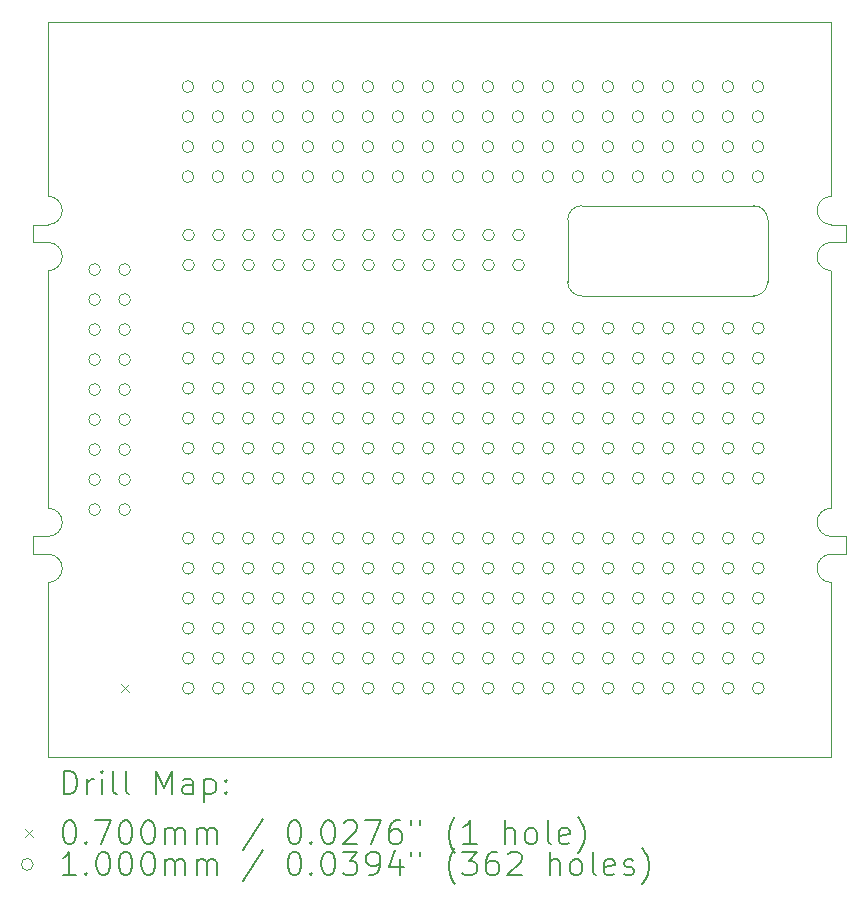
<source format=gbr>
%TF.GenerationSoftware,KiCad,Pcbnew,8.0.8*%
%TF.CreationDate,2025-02-19T14:08:22-05:00*%
%TF.ProjectId,plot_gerbers,706c6f74-5f67-4657-9262-6572732e6b69,rev?*%
%TF.SameCoordinates,Original*%
%TF.FileFunction,Drillmap*%
%TF.FilePolarity,Positive*%
%FSLAX45Y45*%
G04 Gerber Fmt 4.5, Leading zero omitted, Abs format (unit mm)*
G04 Created by KiCad (PCBNEW 8.0.8) date 2025-02-19 14:08:22*
%MOMM*%
%LPD*%
G01*
G04 APERTURE LIST*
%ADD10C,0.050000*%
%ADD11C,0.200000*%
%ADD12C,0.100000*%
G04 APERTURE END LIST*
D10*
X16572350Y-9238003D02*
X18026997Y-9238003D01*
X12053997Y-7679003D02*
X18683997Y-7679003D01*
X12173997Y-9279003D02*
G75*
G02*
X12053997Y-9399003I-120007J7D01*
G01*
X18683997Y-11799003D02*
X18683997Y-9789003D01*
X18683997Y-12189003D02*
X18808997Y-12189003D01*
X12053997Y-12039003D02*
X11928997Y-12039003D01*
X12173997Y-11919003D02*
G75*
G02*
X12053997Y-12039003I-120007J7D01*
G01*
X18683997Y-12039003D02*
G75*
G02*
X18563997Y-11919003I3J120003D01*
G01*
X12053997Y-7679003D02*
X12053997Y-9159003D01*
X18683997Y-12039003D02*
X18808997Y-12039003D01*
X12053997Y-13909003D02*
X12053997Y-12429003D01*
X18683997Y-13909003D02*
X18683997Y-12429003D01*
X18146997Y-9882003D02*
G75*
G02*
X18026997Y-10002003I-120000J0D01*
G01*
X18683997Y-9399003D02*
G75*
G02*
X18563997Y-9279003I3J120003D01*
G01*
X18563997Y-9669003D02*
G75*
G02*
X18683997Y-9549003I119993J7D01*
G01*
X12173997Y-12309003D02*
G75*
G02*
X12053997Y-12429003I-120007J7D01*
G01*
X11928997Y-9549003D02*
X11928997Y-9399003D01*
X18563997Y-11919003D02*
G75*
G02*
X18683997Y-11799003I119993J7D01*
G01*
X18683997Y-13909003D02*
X12053997Y-13909003D01*
X11928997Y-12189003D02*
X11928997Y-12039003D01*
X18563997Y-9279003D02*
G75*
G02*
X18683997Y-9159003I119993J7D01*
G01*
X12053997Y-9399003D02*
X11928997Y-9399003D01*
X18683997Y-9549003D02*
X18808997Y-9549003D01*
X16572350Y-10002003D02*
X18026997Y-10002003D01*
X12053997Y-9549003D02*
X11928997Y-9549003D01*
X18683997Y-9399003D02*
X18808997Y-9399003D01*
X12173997Y-9669003D02*
G75*
G02*
X12053997Y-9789003I-120007J7D01*
G01*
X18808997Y-9399003D02*
X18808997Y-9549003D01*
X16452350Y-9358003D02*
X16452350Y-9882003D01*
X12053997Y-9789003D02*
X12053997Y-11799003D01*
X12053997Y-12189003D02*
G75*
G02*
X12173997Y-12309003I3J-119997D01*
G01*
X12053997Y-9159003D02*
G75*
G02*
X12173997Y-9279003I3J-119997D01*
G01*
X12053997Y-12189003D02*
X11928997Y-12189003D01*
X18563997Y-12309003D02*
G75*
G02*
X18683997Y-12189003I119993J7D01*
G01*
X12053997Y-9549003D02*
G75*
G02*
X12173997Y-9669003I3J-119997D01*
G01*
X18683997Y-7679003D02*
X18683997Y-9159003D01*
X18026997Y-9238003D02*
G75*
G02*
X18146997Y-9358003I0J-120000D01*
G01*
X12053997Y-11799003D02*
G75*
G02*
X12173997Y-11919003I3J-119997D01*
G01*
X18683997Y-9789003D02*
G75*
G02*
X18563997Y-9669003I3J120003D01*
G01*
X16572350Y-10002003D02*
G75*
G02*
X16452350Y-9882003I0J120000D01*
G01*
X18808997Y-12039003D02*
X18808997Y-12189003D01*
X18146997Y-9882003D02*
X18146997Y-9358003D01*
X16452350Y-9358003D02*
G75*
G02*
X16572350Y-9238003I120000J0D01*
G01*
X18683997Y-12429003D02*
G75*
G02*
X18563997Y-12309003I3J120003D01*
G01*
D11*
D12*
X12666997Y-13286003D02*
X12736997Y-13356003D01*
X12736997Y-13286003D02*
X12666997Y-13356003D01*
X12496997Y-9779003D02*
G75*
G02*
X12396997Y-9779003I-50000J0D01*
G01*
X12396997Y-9779003D02*
G75*
G02*
X12496997Y-9779003I50000J0D01*
G01*
X12496997Y-10033003D02*
G75*
G02*
X12396997Y-10033003I-50000J0D01*
G01*
X12396997Y-10033003D02*
G75*
G02*
X12496997Y-10033003I50000J0D01*
G01*
X12496997Y-10287003D02*
G75*
G02*
X12396997Y-10287003I-50000J0D01*
G01*
X12396997Y-10287003D02*
G75*
G02*
X12496997Y-10287003I50000J0D01*
G01*
X12496997Y-10541003D02*
G75*
G02*
X12396997Y-10541003I-50000J0D01*
G01*
X12396997Y-10541003D02*
G75*
G02*
X12496997Y-10541003I50000J0D01*
G01*
X12496997Y-10795003D02*
G75*
G02*
X12396997Y-10795003I-50000J0D01*
G01*
X12396997Y-10795003D02*
G75*
G02*
X12496997Y-10795003I50000J0D01*
G01*
X12496997Y-11049003D02*
G75*
G02*
X12396997Y-11049003I-50000J0D01*
G01*
X12396997Y-11049003D02*
G75*
G02*
X12496997Y-11049003I50000J0D01*
G01*
X12496997Y-11303003D02*
G75*
G02*
X12396997Y-11303003I-50000J0D01*
G01*
X12396997Y-11303003D02*
G75*
G02*
X12496997Y-11303003I50000J0D01*
G01*
X12496997Y-11557003D02*
G75*
G02*
X12396997Y-11557003I-50000J0D01*
G01*
X12396997Y-11557003D02*
G75*
G02*
X12496997Y-11557003I50000J0D01*
G01*
X12496997Y-11811003D02*
G75*
G02*
X12396997Y-11811003I-50000J0D01*
G01*
X12396997Y-11811003D02*
G75*
G02*
X12496997Y-11811003I50000J0D01*
G01*
X12750997Y-9779003D02*
G75*
G02*
X12650997Y-9779003I-50000J0D01*
G01*
X12650997Y-9779003D02*
G75*
G02*
X12750997Y-9779003I50000J0D01*
G01*
X12750997Y-10033003D02*
G75*
G02*
X12650997Y-10033003I-50000J0D01*
G01*
X12650997Y-10033003D02*
G75*
G02*
X12750997Y-10033003I50000J0D01*
G01*
X12750997Y-10287003D02*
G75*
G02*
X12650997Y-10287003I-50000J0D01*
G01*
X12650997Y-10287003D02*
G75*
G02*
X12750997Y-10287003I50000J0D01*
G01*
X12750997Y-10541003D02*
G75*
G02*
X12650997Y-10541003I-50000J0D01*
G01*
X12650997Y-10541003D02*
G75*
G02*
X12750997Y-10541003I50000J0D01*
G01*
X12750997Y-10795003D02*
G75*
G02*
X12650997Y-10795003I-50000J0D01*
G01*
X12650997Y-10795003D02*
G75*
G02*
X12750997Y-10795003I50000J0D01*
G01*
X12750997Y-11049003D02*
G75*
G02*
X12650997Y-11049003I-50000J0D01*
G01*
X12650997Y-11049003D02*
G75*
G02*
X12750997Y-11049003I50000J0D01*
G01*
X12750997Y-11303003D02*
G75*
G02*
X12650997Y-11303003I-50000J0D01*
G01*
X12650997Y-11303003D02*
G75*
G02*
X12750997Y-11303003I50000J0D01*
G01*
X12750997Y-11557003D02*
G75*
G02*
X12650997Y-11557003I-50000J0D01*
G01*
X12650997Y-11557003D02*
G75*
G02*
X12750997Y-11557003I50000J0D01*
G01*
X12750997Y-11811003D02*
G75*
G02*
X12650997Y-11811003I-50000J0D01*
G01*
X12650997Y-11811003D02*
G75*
G02*
X12750997Y-11811003I50000J0D01*
G01*
X13287997Y-8230503D02*
G75*
G02*
X13187997Y-8230503I-50000J0D01*
G01*
X13187997Y-8230503D02*
G75*
G02*
X13287997Y-8230503I50000J0D01*
G01*
X13287997Y-8484503D02*
G75*
G02*
X13187997Y-8484503I-50000J0D01*
G01*
X13187997Y-8484503D02*
G75*
G02*
X13287997Y-8484503I50000J0D01*
G01*
X13287997Y-8738503D02*
G75*
G02*
X13187997Y-8738503I-50000J0D01*
G01*
X13187997Y-8738503D02*
G75*
G02*
X13287997Y-8738503I50000J0D01*
G01*
X13287997Y-8992503D02*
G75*
G02*
X13187997Y-8992503I-50000J0D01*
G01*
X13187997Y-8992503D02*
G75*
G02*
X13287997Y-8992503I50000J0D01*
G01*
X13290997Y-10276003D02*
G75*
G02*
X13190997Y-10276003I-50000J0D01*
G01*
X13190997Y-10276003D02*
G75*
G02*
X13290997Y-10276003I50000J0D01*
G01*
X13290997Y-10530003D02*
G75*
G02*
X13190997Y-10530003I-50000J0D01*
G01*
X13190997Y-10530003D02*
G75*
G02*
X13290997Y-10530003I50000J0D01*
G01*
X13290997Y-10784003D02*
G75*
G02*
X13190997Y-10784003I-50000J0D01*
G01*
X13190997Y-10784003D02*
G75*
G02*
X13290997Y-10784003I50000J0D01*
G01*
X13290997Y-11038003D02*
G75*
G02*
X13190997Y-11038003I-50000J0D01*
G01*
X13190997Y-11038003D02*
G75*
G02*
X13290997Y-11038003I50000J0D01*
G01*
X13290997Y-11292003D02*
G75*
G02*
X13190997Y-11292003I-50000J0D01*
G01*
X13190997Y-11292003D02*
G75*
G02*
X13290997Y-11292003I50000J0D01*
G01*
X13290997Y-11546003D02*
G75*
G02*
X13190997Y-11546003I-50000J0D01*
G01*
X13190997Y-11546003D02*
G75*
G02*
X13290997Y-11546003I50000J0D01*
G01*
X13290997Y-12054003D02*
G75*
G02*
X13190997Y-12054003I-50000J0D01*
G01*
X13190997Y-12054003D02*
G75*
G02*
X13290997Y-12054003I50000J0D01*
G01*
X13290997Y-12308003D02*
G75*
G02*
X13190997Y-12308003I-50000J0D01*
G01*
X13190997Y-12308003D02*
G75*
G02*
X13290997Y-12308003I50000J0D01*
G01*
X13290997Y-12562003D02*
G75*
G02*
X13190997Y-12562003I-50000J0D01*
G01*
X13190997Y-12562003D02*
G75*
G02*
X13290997Y-12562003I50000J0D01*
G01*
X13290997Y-12816003D02*
G75*
G02*
X13190997Y-12816003I-50000J0D01*
G01*
X13190997Y-12816003D02*
G75*
G02*
X13290997Y-12816003I50000J0D01*
G01*
X13290997Y-13070003D02*
G75*
G02*
X13190997Y-13070003I-50000J0D01*
G01*
X13190997Y-13070003D02*
G75*
G02*
X13290997Y-13070003I50000J0D01*
G01*
X13290997Y-13324003D02*
G75*
G02*
X13190997Y-13324003I-50000J0D01*
G01*
X13190997Y-13324003D02*
G75*
G02*
X13290997Y-13324003I50000J0D01*
G01*
X13292997Y-9486003D02*
G75*
G02*
X13192997Y-9486003I-50000J0D01*
G01*
X13192997Y-9486003D02*
G75*
G02*
X13292997Y-9486003I50000J0D01*
G01*
X13292997Y-9740003D02*
G75*
G02*
X13192997Y-9740003I-50000J0D01*
G01*
X13192997Y-9740003D02*
G75*
G02*
X13292997Y-9740003I50000J0D01*
G01*
X13541997Y-8230503D02*
G75*
G02*
X13441997Y-8230503I-50000J0D01*
G01*
X13441997Y-8230503D02*
G75*
G02*
X13541997Y-8230503I50000J0D01*
G01*
X13541997Y-8484503D02*
G75*
G02*
X13441997Y-8484503I-50000J0D01*
G01*
X13441997Y-8484503D02*
G75*
G02*
X13541997Y-8484503I50000J0D01*
G01*
X13541997Y-8738503D02*
G75*
G02*
X13441997Y-8738503I-50000J0D01*
G01*
X13441997Y-8738503D02*
G75*
G02*
X13541997Y-8738503I50000J0D01*
G01*
X13541997Y-8992503D02*
G75*
G02*
X13441997Y-8992503I-50000J0D01*
G01*
X13441997Y-8992503D02*
G75*
G02*
X13541997Y-8992503I50000J0D01*
G01*
X13544997Y-10276003D02*
G75*
G02*
X13444997Y-10276003I-50000J0D01*
G01*
X13444997Y-10276003D02*
G75*
G02*
X13544997Y-10276003I50000J0D01*
G01*
X13544997Y-10530003D02*
G75*
G02*
X13444997Y-10530003I-50000J0D01*
G01*
X13444997Y-10530003D02*
G75*
G02*
X13544997Y-10530003I50000J0D01*
G01*
X13544997Y-10784003D02*
G75*
G02*
X13444997Y-10784003I-50000J0D01*
G01*
X13444997Y-10784003D02*
G75*
G02*
X13544997Y-10784003I50000J0D01*
G01*
X13544997Y-11038003D02*
G75*
G02*
X13444997Y-11038003I-50000J0D01*
G01*
X13444997Y-11038003D02*
G75*
G02*
X13544997Y-11038003I50000J0D01*
G01*
X13544997Y-11292003D02*
G75*
G02*
X13444997Y-11292003I-50000J0D01*
G01*
X13444997Y-11292003D02*
G75*
G02*
X13544997Y-11292003I50000J0D01*
G01*
X13544997Y-11546003D02*
G75*
G02*
X13444997Y-11546003I-50000J0D01*
G01*
X13444997Y-11546003D02*
G75*
G02*
X13544997Y-11546003I50000J0D01*
G01*
X13544997Y-12054003D02*
G75*
G02*
X13444997Y-12054003I-50000J0D01*
G01*
X13444997Y-12054003D02*
G75*
G02*
X13544997Y-12054003I50000J0D01*
G01*
X13544997Y-12308003D02*
G75*
G02*
X13444997Y-12308003I-50000J0D01*
G01*
X13444997Y-12308003D02*
G75*
G02*
X13544997Y-12308003I50000J0D01*
G01*
X13544997Y-12562003D02*
G75*
G02*
X13444997Y-12562003I-50000J0D01*
G01*
X13444997Y-12562003D02*
G75*
G02*
X13544997Y-12562003I50000J0D01*
G01*
X13544997Y-12816003D02*
G75*
G02*
X13444997Y-12816003I-50000J0D01*
G01*
X13444997Y-12816003D02*
G75*
G02*
X13544997Y-12816003I50000J0D01*
G01*
X13544997Y-13070003D02*
G75*
G02*
X13444997Y-13070003I-50000J0D01*
G01*
X13444997Y-13070003D02*
G75*
G02*
X13544997Y-13070003I50000J0D01*
G01*
X13544997Y-13324003D02*
G75*
G02*
X13444997Y-13324003I-50000J0D01*
G01*
X13444997Y-13324003D02*
G75*
G02*
X13544997Y-13324003I50000J0D01*
G01*
X13546997Y-9486003D02*
G75*
G02*
X13446997Y-9486003I-50000J0D01*
G01*
X13446997Y-9486003D02*
G75*
G02*
X13546997Y-9486003I50000J0D01*
G01*
X13546997Y-9740003D02*
G75*
G02*
X13446997Y-9740003I-50000J0D01*
G01*
X13446997Y-9740003D02*
G75*
G02*
X13546997Y-9740003I50000J0D01*
G01*
X13795997Y-8230503D02*
G75*
G02*
X13695997Y-8230503I-50000J0D01*
G01*
X13695997Y-8230503D02*
G75*
G02*
X13795997Y-8230503I50000J0D01*
G01*
X13795997Y-8484503D02*
G75*
G02*
X13695997Y-8484503I-50000J0D01*
G01*
X13695997Y-8484503D02*
G75*
G02*
X13795997Y-8484503I50000J0D01*
G01*
X13795997Y-8738503D02*
G75*
G02*
X13695997Y-8738503I-50000J0D01*
G01*
X13695997Y-8738503D02*
G75*
G02*
X13795997Y-8738503I50000J0D01*
G01*
X13795997Y-8992503D02*
G75*
G02*
X13695997Y-8992503I-50000J0D01*
G01*
X13695997Y-8992503D02*
G75*
G02*
X13795997Y-8992503I50000J0D01*
G01*
X13798997Y-10276003D02*
G75*
G02*
X13698997Y-10276003I-50000J0D01*
G01*
X13698997Y-10276003D02*
G75*
G02*
X13798997Y-10276003I50000J0D01*
G01*
X13798997Y-10530003D02*
G75*
G02*
X13698997Y-10530003I-50000J0D01*
G01*
X13698997Y-10530003D02*
G75*
G02*
X13798997Y-10530003I50000J0D01*
G01*
X13798997Y-10784003D02*
G75*
G02*
X13698997Y-10784003I-50000J0D01*
G01*
X13698997Y-10784003D02*
G75*
G02*
X13798997Y-10784003I50000J0D01*
G01*
X13798997Y-11038003D02*
G75*
G02*
X13698997Y-11038003I-50000J0D01*
G01*
X13698997Y-11038003D02*
G75*
G02*
X13798997Y-11038003I50000J0D01*
G01*
X13798997Y-11292003D02*
G75*
G02*
X13698997Y-11292003I-50000J0D01*
G01*
X13698997Y-11292003D02*
G75*
G02*
X13798997Y-11292003I50000J0D01*
G01*
X13798997Y-11546003D02*
G75*
G02*
X13698997Y-11546003I-50000J0D01*
G01*
X13698997Y-11546003D02*
G75*
G02*
X13798997Y-11546003I50000J0D01*
G01*
X13798997Y-12054003D02*
G75*
G02*
X13698997Y-12054003I-50000J0D01*
G01*
X13698997Y-12054003D02*
G75*
G02*
X13798997Y-12054003I50000J0D01*
G01*
X13798997Y-12308003D02*
G75*
G02*
X13698997Y-12308003I-50000J0D01*
G01*
X13698997Y-12308003D02*
G75*
G02*
X13798997Y-12308003I50000J0D01*
G01*
X13798997Y-12562003D02*
G75*
G02*
X13698997Y-12562003I-50000J0D01*
G01*
X13698997Y-12562003D02*
G75*
G02*
X13798997Y-12562003I50000J0D01*
G01*
X13798997Y-12816003D02*
G75*
G02*
X13698997Y-12816003I-50000J0D01*
G01*
X13698997Y-12816003D02*
G75*
G02*
X13798997Y-12816003I50000J0D01*
G01*
X13798997Y-13070003D02*
G75*
G02*
X13698997Y-13070003I-50000J0D01*
G01*
X13698997Y-13070003D02*
G75*
G02*
X13798997Y-13070003I50000J0D01*
G01*
X13798997Y-13324003D02*
G75*
G02*
X13698997Y-13324003I-50000J0D01*
G01*
X13698997Y-13324003D02*
G75*
G02*
X13798997Y-13324003I50000J0D01*
G01*
X13800997Y-9486003D02*
G75*
G02*
X13700997Y-9486003I-50000J0D01*
G01*
X13700997Y-9486003D02*
G75*
G02*
X13800997Y-9486003I50000J0D01*
G01*
X13800997Y-9740003D02*
G75*
G02*
X13700997Y-9740003I-50000J0D01*
G01*
X13700997Y-9740003D02*
G75*
G02*
X13800997Y-9740003I50000J0D01*
G01*
X14049997Y-8230503D02*
G75*
G02*
X13949997Y-8230503I-50000J0D01*
G01*
X13949997Y-8230503D02*
G75*
G02*
X14049997Y-8230503I50000J0D01*
G01*
X14049997Y-8484503D02*
G75*
G02*
X13949997Y-8484503I-50000J0D01*
G01*
X13949997Y-8484503D02*
G75*
G02*
X14049997Y-8484503I50000J0D01*
G01*
X14049997Y-8738503D02*
G75*
G02*
X13949997Y-8738503I-50000J0D01*
G01*
X13949997Y-8738503D02*
G75*
G02*
X14049997Y-8738503I50000J0D01*
G01*
X14049997Y-8992503D02*
G75*
G02*
X13949997Y-8992503I-50000J0D01*
G01*
X13949997Y-8992503D02*
G75*
G02*
X14049997Y-8992503I50000J0D01*
G01*
X14052997Y-10276003D02*
G75*
G02*
X13952997Y-10276003I-50000J0D01*
G01*
X13952997Y-10276003D02*
G75*
G02*
X14052997Y-10276003I50000J0D01*
G01*
X14052997Y-10530003D02*
G75*
G02*
X13952997Y-10530003I-50000J0D01*
G01*
X13952997Y-10530003D02*
G75*
G02*
X14052997Y-10530003I50000J0D01*
G01*
X14052997Y-10784003D02*
G75*
G02*
X13952997Y-10784003I-50000J0D01*
G01*
X13952997Y-10784003D02*
G75*
G02*
X14052997Y-10784003I50000J0D01*
G01*
X14052997Y-11038003D02*
G75*
G02*
X13952997Y-11038003I-50000J0D01*
G01*
X13952997Y-11038003D02*
G75*
G02*
X14052997Y-11038003I50000J0D01*
G01*
X14052997Y-11292003D02*
G75*
G02*
X13952997Y-11292003I-50000J0D01*
G01*
X13952997Y-11292003D02*
G75*
G02*
X14052997Y-11292003I50000J0D01*
G01*
X14052997Y-11546003D02*
G75*
G02*
X13952997Y-11546003I-50000J0D01*
G01*
X13952997Y-11546003D02*
G75*
G02*
X14052997Y-11546003I50000J0D01*
G01*
X14052997Y-12054003D02*
G75*
G02*
X13952997Y-12054003I-50000J0D01*
G01*
X13952997Y-12054003D02*
G75*
G02*
X14052997Y-12054003I50000J0D01*
G01*
X14052997Y-12308003D02*
G75*
G02*
X13952997Y-12308003I-50000J0D01*
G01*
X13952997Y-12308003D02*
G75*
G02*
X14052997Y-12308003I50000J0D01*
G01*
X14052997Y-12562003D02*
G75*
G02*
X13952997Y-12562003I-50000J0D01*
G01*
X13952997Y-12562003D02*
G75*
G02*
X14052997Y-12562003I50000J0D01*
G01*
X14052997Y-12816003D02*
G75*
G02*
X13952997Y-12816003I-50000J0D01*
G01*
X13952997Y-12816003D02*
G75*
G02*
X14052997Y-12816003I50000J0D01*
G01*
X14052997Y-13070003D02*
G75*
G02*
X13952997Y-13070003I-50000J0D01*
G01*
X13952997Y-13070003D02*
G75*
G02*
X14052997Y-13070003I50000J0D01*
G01*
X14052997Y-13324003D02*
G75*
G02*
X13952997Y-13324003I-50000J0D01*
G01*
X13952997Y-13324003D02*
G75*
G02*
X14052997Y-13324003I50000J0D01*
G01*
X14054997Y-9486003D02*
G75*
G02*
X13954997Y-9486003I-50000J0D01*
G01*
X13954997Y-9486003D02*
G75*
G02*
X14054997Y-9486003I50000J0D01*
G01*
X14054997Y-9740003D02*
G75*
G02*
X13954997Y-9740003I-50000J0D01*
G01*
X13954997Y-9740003D02*
G75*
G02*
X14054997Y-9740003I50000J0D01*
G01*
X14303997Y-8230503D02*
G75*
G02*
X14203997Y-8230503I-50000J0D01*
G01*
X14203997Y-8230503D02*
G75*
G02*
X14303997Y-8230503I50000J0D01*
G01*
X14303997Y-8484503D02*
G75*
G02*
X14203997Y-8484503I-50000J0D01*
G01*
X14203997Y-8484503D02*
G75*
G02*
X14303997Y-8484503I50000J0D01*
G01*
X14303997Y-8738503D02*
G75*
G02*
X14203997Y-8738503I-50000J0D01*
G01*
X14203997Y-8738503D02*
G75*
G02*
X14303997Y-8738503I50000J0D01*
G01*
X14303997Y-8992503D02*
G75*
G02*
X14203997Y-8992503I-50000J0D01*
G01*
X14203997Y-8992503D02*
G75*
G02*
X14303997Y-8992503I50000J0D01*
G01*
X14306997Y-10276003D02*
G75*
G02*
X14206997Y-10276003I-50000J0D01*
G01*
X14206997Y-10276003D02*
G75*
G02*
X14306997Y-10276003I50000J0D01*
G01*
X14306997Y-10530003D02*
G75*
G02*
X14206997Y-10530003I-50000J0D01*
G01*
X14206997Y-10530003D02*
G75*
G02*
X14306997Y-10530003I50000J0D01*
G01*
X14306997Y-10784003D02*
G75*
G02*
X14206997Y-10784003I-50000J0D01*
G01*
X14206997Y-10784003D02*
G75*
G02*
X14306997Y-10784003I50000J0D01*
G01*
X14306997Y-11038003D02*
G75*
G02*
X14206997Y-11038003I-50000J0D01*
G01*
X14206997Y-11038003D02*
G75*
G02*
X14306997Y-11038003I50000J0D01*
G01*
X14306997Y-11292003D02*
G75*
G02*
X14206997Y-11292003I-50000J0D01*
G01*
X14206997Y-11292003D02*
G75*
G02*
X14306997Y-11292003I50000J0D01*
G01*
X14306997Y-11546003D02*
G75*
G02*
X14206997Y-11546003I-50000J0D01*
G01*
X14206997Y-11546003D02*
G75*
G02*
X14306997Y-11546003I50000J0D01*
G01*
X14306997Y-12054003D02*
G75*
G02*
X14206997Y-12054003I-50000J0D01*
G01*
X14206997Y-12054003D02*
G75*
G02*
X14306997Y-12054003I50000J0D01*
G01*
X14306997Y-12308003D02*
G75*
G02*
X14206997Y-12308003I-50000J0D01*
G01*
X14206997Y-12308003D02*
G75*
G02*
X14306997Y-12308003I50000J0D01*
G01*
X14306997Y-12562003D02*
G75*
G02*
X14206997Y-12562003I-50000J0D01*
G01*
X14206997Y-12562003D02*
G75*
G02*
X14306997Y-12562003I50000J0D01*
G01*
X14306997Y-12816003D02*
G75*
G02*
X14206997Y-12816003I-50000J0D01*
G01*
X14206997Y-12816003D02*
G75*
G02*
X14306997Y-12816003I50000J0D01*
G01*
X14306997Y-13070003D02*
G75*
G02*
X14206997Y-13070003I-50000J0D01*
G01*
X14206997Y-13070003D02*
G75*
G02*
X14306997Y-13070003I50000J0D01*
G01*
X14306997Y-13324003D02*
G75*
G02*
X14206997Y-13324003I-50000J0D01*
G01*
X14206997Y-13324003D02*
G75*
G02*
X14306997Y-13324003I50000J0D01*
G01*
X14308997Y-9486003D02*
G75*
G02*
X14208997Y-9486003I-50000J0D01*
G01*
X14208997Y-9486003D02*
G75*
G02*
X14308997Y-9486003I50000J0D01*
G01*
X14308997Y-9740003D02*
G75*
G02*
X14208997Y-9740003I-50000J0D01*
G01*
X14208997Y-9740003D02*
G75*
G02*
X14308997Y-9740003I50000J0D01*
G01*
X14557997Y-8230503D02*
G75*
G02*
X14457997Y-8230503I-50000J0D01*
G01*
X14457997Y-8230503D02*
G75*
G02*
X14557997Y-8230503I50000J0D01*
G01*
X14557997Y-8484503D02*
G75*
G02*
X14457997Y-8484503I-50000J0D01*
G01*
X14457997Y-8484503D02*
G75*
G02*
X14557997Y-8484503I50000J0D01*
G01*
X14557997Y-8738503D02*
G75*
G02*
X14457997Y-8738503I-50000J0D01*
G01*
X14457997Y-8738503D02*
G75*
G02*
X14557997Y-8738503I50000J0D01*
G01*
X14557997Y-8992503D02*
G75*
G02*
X14457997Y-8992503I-50000J0D01*
G01*
X14457997Y-8992503D02*
G75*
G02*
X14557997Y-8992503I50000J0D01*
G01*
X14560997Y-10276003D02*
G75*
G02*
X14460997Y-10276003I-50000J0D01*
G01*
X14460997Y-10276003D02*
G75*
G02*
X14560997Y-10276003I50000J0D01*
G01*
X14560997Y-10530003D02*
G75*
G02*
X14460997Y-10530003I-50000J0D01*
G01*
X14460997Y-10530003D02*
G75*
G02*
X14560997Y-10530003I50000J0D01*
G01*
X14560997Y-10784003D02*
G75*
G02*
X14460997Y-10784003I-50000J0D01*
G01*
X14460997Y-10784003D02*
G75*
G02*
X14560997Y-10784003I50000J0D01*
G01*
X14560997Y-11038003D02*
G75*
G02*
X14460997Y-11038003I-50000J0D01*
G01*
X14460997Y-11038003D02*
G75*
G02*
X14560997Y-11038003I50000J0D01*
G01*
X14560997Y-11292003D02*
G75*
G02*
X14460997Y-11292003I-50000J0D01*
G01*
X14460997Y-11292003D02*
G75*
G02*
X14560997Y-11292003I50000J0D01*
G01*
X14560997Y-11546003D02*
G75*
G02*
X14460997Y-11546003I-50000J0D01*
G01*
X14460997Y-11546003D02*
G75*
G02*
X14560997Y-11546003I50000J0D01*
G01*
X14560997Y-12054003D02*
G75*
G02*
X14460997Y-12054003I-50000J0D01*
G01*
X14460997Y-12054003D02*
G75*
G02*
X14560997Y-12054003I50000J0D01*
G01*
X14560997Y-12308003D02*
G75*
G02*
X14460997Y-12308003I-50000J0D01*
G01*
X14460997Y-12308003D02*
G75*
G02*
X14560997Y-12308003I50000J0D01*
G01*
X14560997Y-12562003D02*
G75*
G02*
X14460997Y-12562003I-50000J0D01*
G01*
X14460997Y-12562003D02*
G75*
G02*
X14560997Y-12562003I50000J0D01*
G01*
X14560997Y-12816003D02*
G75*
G02*
X14460997Y-12816003I-50000J0D01*
G01*
X14460997Y-12816003D02*
G75*
G02*
X14560997Y-12816003I50000J0D01*
G01*
X14560997Y-13070003D02*
G75*
G02*
X14460997Y-13070003I-50000J0D01*
G01*
X14460997Y-13070003D02*
G75*
G02*
X14560997Y-13070003I50000J0D01*
G01*
X14560997Y-13324003D02*
G75*
G02*
X14460997Y-13324003I-50000J0D01*
G01*
X14460997Y-13324003D02*
G75*
G02*
X14560997Y-13324003I50000J0D01*
G01*
X14562997Y-9486003D02*
G75*
G02*
X14462997Y-9486003I-50000J0D01*
G01*
X14462997Y-9486003D02*
G75*
G02*
X14562997Y-9486003I50000J0D01*
G01*
X14562997Y-9740003D02*
G75*
G02*
X14462997Y-9740003I-50000J0D01*
G01*
X14462997Y-9740003D02*
G75*
G02*
X14562997Y-9740003I50000J0D01*
G01*
X14811997Y-8230503D02*
G75*
G02*
X14711997Y-8230503I-50000J0D01*
G01*
X14711997Y-8230503D02*
G75*
G02*
X14811997Y-8230503I50000J0D01*
G01*
X14811997Y-8484503D02*
G75*
G02*
X14711997Y-8484503I-50000J0D01*
G01*
X14711997Y-8484503D02*
G75*
G02*
X14811997Y-8484503I50000J0D01*
G01*
X14811997Y-8738503D02*
G75*
G02*
X14711997Y-8738503I-50000J0D01*
G01*
X14711997Y-8738503D02*
G75*
G02*
X14811997Y-8738503I50000J0D01*
G01*
X14811997Y-8992503D02*
G75*
G02*
X14711997Y-8992503I-50000J0D01*
G01*
X14711997Y-8992503D02*
G75*
G02*
X14811997Y-8992503I50000J0D01*
G01*
X14814997Y-10276003D02*
G75*
G02*
X14714997Y-10276003I-50000J0D01*
G01*
X14714997Y-10276003D02*
G75*
G02*
X14814997Y-10276003I50000J0D01*
G01*
X14814997Y-10530003D02*
G75*
G02*
X14714997Y-10530003I-50000J0D01*
G01*
X14714997Y-10530003D02*
G75*
G02*
X14814997Y-10530003I50000J0D01*
G01*
X14814997Y-10784003D02*
G75*
G02*
X14714997Y-10784003I-50000J0D01*
G01*
X14714997Y-10784003D02*
G75*
G02*
X14814997Y-10784003I50000J0D01*
G01*
X14814997Y-11038003D02*
G75*
G02*
X14714997Y-11038003I-50000J0D01*
G01*
X14714997Y-11038003D02*
G75*
G02*
X14814997Y-11038003I50000J0D01*
G01*
X14814997Y-11292003D02*
G75*
G02*
X14714997Y-11292003I-50000J0D01*
G01*
X14714997Y-11292003D02*
G75*
G02*
X14814997Y-11292003I50000J0D01*
G01*
X14814997Y-11546003D02*
G75*
G02*
X14714997Y-11546003I-50000J0D01*
G01*
X14714997Y-11546003D02*
G75*
G02*
X14814997Y-11546003I50000J0D01*
G01*
X14814997Y-12054003D02*
G75*
G02*
X14714997Y-12054003I-50000J0D01*
G01*
X14714997Y-12054003D02*
G75*
G02*
X14814997Y-12054003I50000J0D01*
G01*
X14814997Y-12308003D02*
G75*
G02*
X14714997Y-12308003I-50000J0D01*
G01*
X14714997Y-12308003D02*
G75*
G02*
X14814997Y-12308003I50000J0D01*
G01*
X14814997Y-12562003D02*
G75*
G02*
X14714997Y-12562003I-50000J0D01*
G01*
X14714997Y-12562003D02*
G75*
G02*
X14814997Y-12562003I50000J0D01*
G01*
X14814997Y-12816003D02*
G75*
G02*
X14714997Y-12816003I-50000J0D01*
G01*
X14714997Y-12816003D02*
G75*
G02*
X14814997Y-12816003I50000J0D01*
G01*
X14814997Y-13070003D02*
G75*
G02*
X14714997Y-13070003I-50000J0D01*
G01*
X14714997Y-13070003D02*
G75*
G02*
X14814997Y-13070003I50000J0D01*
G01*
X14814997Y-13324003D02*
G75*
G02*
X14714997Y-13324003I-50000J0D01*
G01*
X14714997Y-13324003D02*
G75*
G02*
X14814997Y-13324003I50000J0D01*
G01*
X14816997Y-9486003D02*
G75*
G02*
X14716997Y-9486003I-50000J0D01*
G01*
X14716997Y-9486003D02*
G75*
G02*
X14816997Y-9486003I50000J0D01*
G01*
X14816997Y-9740003D02*
G75*
G02*
X14716997Y-9740003I-50000J0D01*
G01*
X14716997Y-9740003D02*
G75*
G02*
X14816997Y-9740003I50000J0D01*
G01*
X15065997Y-8230503D02*
G75*
G02*
X14965997Y-8230503I-50000J0D01*
G01*
X14965997Y-8230503D02*
G75*
G02*
X15065997Y-8230503I50000J0D01*
G01*
X15065997Y-8484503D02*
G75*
G02*
X14965997Y-8484503I-50000J0D01*
G01*
X14965997Y-8484503D02*
G75*
G02*
X15065997Y-8484503I50000J0D01*
G01*
X15065997Y-8738503D02*
G75*
G02*
X14965997Y-8738503I-50000J0D01*
G01*
X14965997Y-8738503D02*
G75*
G02*
X15065997Y-8738503I50000J0D01*
G01*
X15065997Y-8992503D02*
G75*
G02*
X14965997Y-8992503I-50000J0D01*
G01*
X14965997Y-8992503D02*
G75*
G02*
X15065997Y-8992503I50000J0D01*
G01*
X15068997Y-10276003D02*
G75*
G02*
X14968997Y-10276003I-50000J0D01*
G01*
X14968997Y-10276003D02*
G75*
G02*
X15068997Y-10276003I50000J0D01*
G01*
X15068997Y-10530003D02*
G75*
G02*
X14968997Y-10530003I-50000J0D01*
G01*
X14968997Y-10530003D02*
G75*
G02*
X15068997Y-10530003I50000J0D01*
G01*
X15068997Y-10784003D02*
G75*
G02*
X14968997Y-10784003I-50000J0D01*
G01*
X14968997Y-10784003D02*
G75*
G02*
X15068997Y-10784003I50000J0D01*
G01*
X15068997Y-11038003D02*
G75*
G02*
X14968997Y-11038003I-50000J0D01*
G01*
X14968997Y-11038003D02*
G75*
G02*
X15068997Y-11038003I50000J0D01*
G01*
X15068997Y-11292003D02*
G75*
G02*
X14968997Y-11292003I-50000J0D01*
G01*
X14968997Y-11292003D02*
G75*
G02*
X15068997Y-11292003I50000J0D01*
G01*
X15068997Y-11546003D02*
G75*
G02*
X14968997Y-11546003I-50000J0D01*
G01*
X14968997Y-11546003D02*
G75*
G02*
X15068997Y-11546003I50000J0D01*
G01*
X15068997Y-12054003D02*
G75*
G02*
X14968997Y-12054003I-50000J0D01*
G01*
X14968997Y-12054003D02*
G75*
G02*
X15068997Y-12054003I50000J0D01*
G01*
X15068997Y-12308003D02*
G75*
G02*
X14968997Y-12308003I-50000J0D01*
G01*
X14968997Y-12308003D02*
G75*
G02*
X15068997Y-12308003I50000J0D01*
G01*
X15068997Y-12562003D02*
G75*
G02*
X14968997Y-12562003I-50000J0D01*
G01*
X14968997Y-12562003D02*
G75*
G02*
X15068997Y-12562003I50000J0D01*
G01*
X15068997Y-12816003D02*
G75*
G02*
X14968997Y-12816003I-50000J0D01*
G01*
X14968997Y-12816003D02*
G75*
G02*
X15068997Y-12816003I50000J0D01*
G01*
X15068997Y-13070003D02*
G75*
G02*
X14968997Y-13070003I-50000J0D01*
G01*
X14968997Y-13070003D02*
G75*
G02*
X15068997Y-13070003I50000J0D01*
G01*
X15068997Y-13324003D02*
G75*
G02*
X14968997Y-13324003I-50000J0D01*
G01*
X14968997Y-13324003D02*
G75*
G02*
X15068997Y-13324003I50000J0D01*
G01*
X15070997Y-9486003D02*
G75*
G02*
X14970997Y-9486003I-50000J0D01*
G01*
X14970997Y-9486003D02*
G75*
G02*
X15070997Y-9486003I50000J0D01*
G01*
X15070997Y-9740003D02*
G75*
G02*
X14970997Y-9740003I-50000J0D01*
G01*
X14970997Y-9740003D02*
G75*
G02*
X15070997Y-9740003I50000J0D01*
G01*
X15319997Y-8230503D02*
G75*
G02*
X15219997Y-8230503I-50000J0D01*
G01*
X15219997Y-8230503D02*
G75*
G02*
X15319997Y-8230503I50000J0D01*
G01*
X15319997Y-8484503D02*
G75*
G02*
X15219997Y-8484503I-50000J0D01*
G01*
X15219997Y-8484503D02*
G75*
G02*
X15319997Y-8484503I50000J0D01*
G01*
X15319997Y-8738503D02*
G75*
G02*
X15219997Y-8738503I-50000J0D01*
G01*
X15219997Y-8738503D02*
G75*
G02*
X15319997Y-8738503I50000J0D01*
G01*
X15319997Y-8992503D02*
G75*
G02*
X15219997Y-8992503I-50000J0D01*
G01*
X15219997Y-8992503D02*
G75*
G02*
X15319997Y-8992503I50000J0D01*
G01*
X15322997Y-10276003D02*
G75*
G02*
X15222997Y-10276003I-50000J0D01*
G01*
X15222997Y-10276003D02*
G75*
G02*
X15322997Y-10276003I50000J0D01*
G01*
X15322997Y-10530003D02*
G75*
G02*
X15222997Y-10530003I-50000J0D01*
G01*
X15222997Y-10530003D02*
G75*
G02*
X15322997Y-10530003I50000J0D01*
G01*
X15322997Y-10784003D02*
G75*
G02*
X15222997Y-10784003I-50000J0D01*
G01*
X15222997Y-10784003D02*
G75*
G02*
X15322997Y-10784003I50000J0D01*
G01*
X15322997Y-11038003D02*
G75*
G02*
X15222997Y-11038003I-50000J0D01*
G01*
X15222997Y-11038003D02*
G75*
G02*
X15322997Y-11038003I50000J0D01*
G01*
X15322997Y-11292003D02*
G75*
G02*
X15222997Y-11292003I-50000J0D01*
G01*
X15222997Y-11292003D02*
G75*
G02*
X15322997Y-11292003I50000J0D01*
G01*
X15322997Y-11546003D02*
G75*
G02*
X15222997Y-11546003I-50000J0D01*
G01*
X15222997Y-11546003D02*
G75*
G02*
X15322997Y-11546003I50000J0D01*
G01*
X15322997Y-12054003D02*
G75*
G02*
X15222997Y-12054003I-50000J0D01*
G01*
X15222997Y-12054003D02*
G75*
G02*
X15322997Y-12054003I50000J0D01*
G01*
X15322997Y-12308003D02*
G75*
G02*
X15222997Y-12308003I-50000J0D01*
G01*
X15222997Y-12308003D02*
G75*
G02*
X15322997Y-12308003I50000J0D01*
G01*
X15322997Y-12562003D02*
G75*
G02*
X15222997Y-12562003I-50000J0D01*
G01*
X15222997Y-12562003D02*
G75*
G02*
X15322997Y-12562003I50000J0D01*
G01*
X15322997Y-12816003D02*
G75*
G02*
X15222997Y-12816003I-50000J0D01*
G01*
X15222997Y-12816003D02*
G75*
G02*
X15322997Y-12816003I50000J0D01*
G01*
X15322997Y-13070003D02*
G75*
G02*
X15222997Y-13070003I-50000J0D01*
G01*
X15222997Y-13070003D02*
G75*
G02*
X15322997Y-13070003I50000J0D01*
G01*
X15322997Y-13324003D02*
G75*
G02*
X15222997Y-13324003I-50000J0D01*
G01*
X15222997Y-13324003D02*
G75*
G02*
X15322997Y-13324003I50000J0D01*
G01*
X15324997Y-9486003D02*
G75*
G02*
X15224997Y-9486003I-50000J0D01*
G01*
X15224997Y-9486003D02*
G75*
G02*
X15324997Y-9486003I50000J0D01*
G01*
X15324997Y-9740003D02*
G75*
G02*
X15224997Y-9740003I-50000J0D01*
G01*
X15224997Y-9740003D02*
G75*
G02*
X15324997Y-9740003I50000J0D01*
G01*
X15573997Y-8230503D02*
G75*
G02*
X15473997Y-8230503I-50000J0D01*
G01*
X15473997Y-8230503D02*
G75*
G02*
X15573997Y-8230503I50000J0D01*
G01*
X15573997Y-8484503D02*
G75*
G02*
X15473997Y-8484503I-50000J0D01*
G01*
X15473997Y-8484503D02*
G75*
G02*
X15573997Y-8484503I50000J0D01*
G01*
X15573997Y-8738503D02*
G75*
G02*
X15473997Y-8738503I-50000J0D01*
G01*
X15473997Y-8738503D02*
G75*
G02*
X15573997Y-8738503I50000J0D01*
G01*
X15573997Y-8992503D02*
G75*
G02*
X15473997Y-8992503I-50000J0D01*
G01*
X15473997Y-8992503D02*
G75*
G02*
X15573997Y-8992503I50000J0D01*
G01*
X15576997Y-10276003D02*
G75*
G02*
X15476997Y-10276003I-50000J0D01*
G01*
X15476997Y-10276003D02*
G75*
G02*
X15576997Y-10276003I50000J0D01*
G01*
X15576997Y-10530003D02*
G75*
G02*
X15476997Y-10530003I-50000J0D01*
G01*
X15476997Y-10530003D02*
G75*
G02*
X15576997Y-10530003I50000J0D01*
G01*
X15576997Y-10784003D02*
G75*
G02*
X15476997Y-10784003I-50000J0D01*
G01*
X15476997Y-10784003D02*
G75*
G02*
X15576997Y-10784003I50000J0D01*
G01*
X15576997Y-11038003D02*
G75*
G02*
X15476997Y-11038003I-50000J0D01*
G01*
X15476997Y-11038003D02*
G75*
G02*
X15576997Y-11038003I50000J0D01*
G01*
X15576997Y-11292003D02*
G75*
G02*
X15476997Y-11292003I-50000J0D01*
G01*
X15476997Y-11292003D02*
G75*
G02*
X15576997Y-11292003I50000J0D01*
G01*
X15576997Y-11546003D02*
G75*
G02*
X15476997Y-11546003I-50000J0D01*
G01*
X15476997Y-11546003D02*
G75*
G02*
X15576997Y-11546003I50000J0D01*
G01*
X15576997Y-12054003D02*
G75*
G02*
X15476997Y-12054003I-50000J0D01*
G01*
X15476997Y-12054003D02*
G75*
G02*
X15576997Y-12054003I50000J0D01*
G01*
X15576997Y-12308003D02*
G75*
G02*
X15476997Y-12308003I-50000J0D01*
G01*
X15476997Y-12308003D02*
G75*
G02*
X15576997Y-12308003I50000J0D01*
G01*
X15576997Y-12562003D02*
G75*
G02*
X15476997Y-12562003I-50000J0D01*
G01*
X15476997Y-12562003D02*
G75*
G02*
X15576997Y-12562003I50000J0D01*
G01*
X15576997Y-12816003D02*
G75*
G02*
X15476997Y-12816003I-50000J0D01*
G01*
X15476997Y-12816003D02*
G75*
G02*
X15576997Y-12816003I50000J0D01*
G01*
X15576997Y-13070003D02*
G75*
G02*
X15476997Y-13070003I-50000J0D01*
G01*
X15476997Y-13070003D02*
G75*
G02*
X15576997Y-13070003I50000J0D01*
G01*
X15576997Y-13324003D02*
G75*
G02*
X15476997Y-13324003I-50000J0D01*
G01*
X15476997Y-13324003D02*
G75*
G02*
X15576997Y-13324003I50000J0D01*
G01*
X15578997Y-9486003D02*
G75*
G02*
X15478997Y-9486003I-50000J0D01*
G01*
X15478997Y-9486003D02*
G75*
G02*
X15578997Y-9486003I50000J0D01*
G01*
X15578997Y-9740003D02*
G75*
G02*
X15478997Y-9740003I-50000J0D01*
G01*
X15478997Y-9740003D02*
G75*
G02*
X15578997Y-9740003I50000J0D01*
G01*
X15827997Y-8230503D02*
G75*
G02*
X15727997Y-8230503I-50000J0D01*
G01*
X15727997Y-8230503D02*
G75*
G02*
X15827997Y-8230503I50000J0D01*
G01*
X15827997Y-8484503D02*
G75*
G02*
X15727997Y-8484503I-50000J0D01*
G01*
X15727997Y-8484503D02*
G75*
G02*
X15827997Y-8484503I50000J0D01*
G01*
X15827997Y-8738503D02*
G75*
G02*
X15727997Y-8738503I-50000J0D01*
G01*
X15727997Y-8738503D02*
G75*
G02*
X15827997Y-8738503I50000J0D01*
G01*
X15827997Y-8992503D02*
G75*
G02*
X15727997Y-8992503I-50000J0D01*
G01*
X15727997Y-8992503D02*
G75*
G02*
X15827997Y-8992503I50000J0D01*
G01*
X15830997Y-10276003D02*
G75*
G02*
X15730997Y-10276003I-50000J0D01*
G01*
X15730997Y-10276003D02*
G75*
G02*
X15830997Y-10276003I50000J0D01*
G01*
X15830997Y-10530003D02*
G75*
G02*
X15730997Y-10530003I-50000J0D01*
G01*
X15730997Y-10530003D02*
G75*
G02*
X15830997Y-10530003I50000J0D01*
G01*
X15830997Y-10784003D02*
G75*
G02*
X15730997Y-10784003I-50000J0D01*
G01*
X15730997Y-10784003D02*
G75*
G02*
X15830997Y-10784003I50000J0D01*
G01*
X15830997Y-11038003D02*
G75*
G02*
X15730997Y-11038003I-50000J0D01*
G01*
X15730997Y-11038003D02*
G75*
G02*
X15830997Y-11038003I50000J0D01*
G01*
X15830997Y-11292003D02*
G75*
G02*
X15730997Y-11292003I-50000J0D01*
G01*
X15730997Y-11292003D02*
G75*
G02*
X15830997Y-11292003I50000J0D01*
G01*
X15830997Y-11546003D02*
G75*
G02*
X15730997Y-11546003I-50000J0D01*
G01*
X15730997Y-11546003D02*
G75*
G02*
X15830997Y-11546003I50000J0D01*
G01*
X15830997Y-12054003D02*
G75*
G02*
X15730997Y-12054003I-50000J0D01*
G01*
X15730997Y-12054003D02*
G75*
G02*
X15830997Y-12054003I50000J0D01*
G01*
X15830997Y-12308003D02*
G75*
G02*
X15730997Y-12308003I-50000J0D01*
G01*
X15730997Y-12308003D02*
G75*
G02*
X15830997Y-12308003I50000J0D01*
G01*
X15830997Y-12562003D02*
G75*
G02*
X15730997Y-12562003I-50000J0D01*
G01*
X15730997Y-12562003D02*
G75*
G02*
X15830997Y-12562003I50000J0D01*
G01*
X15830997Y-12816003D02*
G75*
G02*
X15730997Y-12816003I-50000J0D01*
G01*
X15730997Y-12816003D02*
G75*
G02*
X15830997Y-12816003I50000J0D01*
G01*
X15830997Y-13070003D02*
G75*
G02*
X15730997Y-13070003I-50000J0D01*
G01*
X15730997Y-13070003D02*
G75*
G02*
X15830997Y-13070003I50000J0D01*
G01*
X15830997Y-13324003D02*
G75*
G02*
X15730997Y-13324003I-50000J0D01*
G01*
X15730997Y-13324003D02*
G75*
G02*
X15830997Y-13324003I50000J0D01*
G01*
X15832997Y-9486003D02*
G75*
G02*
X15732997Y-9486003I-50000J0D01*
G01*
X15732997Y-9486003D02*
G75*
G02*
X15832997Y-9486003I50000J0D01*
G01*
X15832997Y-9740003D02*
G75*
G02*
X15732997Y-9740003I-50000J0D01*
G01*
X15732997Y-9740003D02*
G75*
G02*
X15832997Y-9740003I50000J0D01*
G01*
X16081997Y-8230503D02*
G75*
G02*
X15981997Y-8230503I-50000J0D01*
G01*
X15981997Y-8230503D02*
G75*
G02*
X16081997Y-8230503I50000J0D01*
G01*
X16081997Y-8484503D02*
G75*
G02*
X15981997Y-8484503I-50000J0D01*
G01*
X15981997Y-8484503D02*
G75*
G02*
X16081997Y-8484503I50000J0D01*
G01*
X16081997Y-8738503D02*
G75*
G02*
X15981997Y-8738503I-50000J0D01*
G01*
X15981997Y-8738503D02*
G75*
G02*
X16081997Y-8738503I50000J0D01*
G01*
X16081997Y-8992503D02*
G75*
G02*
X15981997Y-8992503I-50000J0D01*
G01*
X15981997Y-8992503D02*
G75*
G02*
X16081997Y-8992503I50000J0D01*
G01*
X16084997Y-10276003D02*
G75*
G02*
X15984997Y-10276003I-50000J0D01*
G01*
X15984997Y-10276003D02*
G75*
G02*
X16084997Y-10276003I50000J0D01*
G01*
X16084997Y-10530003D02*
G75*
G02*
X15984997Y-10530003I-50000J0D01*
G01*
X15984997Y-10530003D02*
G75*
G02*
X16084997Y-10530003I50000J0D01*
G01*
X16084997Y-10784003D02*
G75*
G02*
X15984997Y-10784003I-50000J0D01*
G01*
X15984997Y-10784003D02*
G75*
G02*
X16084997Y-10784003I50000J0D01*
G01*
X16084997Y-11038003D02*
G75*
G02*
X15984997Y-11038003I-50000J0D01*
G01*
X15984997Y-11038003D02*
G75*
G02*
X16084997Y-11038003I50000J0D01*
G01*
X16084997Y-11292003D02*
G75*
G02*
X15984997Y-11292003I-50000J0D01*
G01*
X15984997Y-11292003D02*
G75*
G02*
X16084997Y-11292003I50000J0D01*
G01*
X16084997Y-11546003D02*
G75*
G02*
X15984997Y-11546003I-50000J0D01*
G01*
X15984997Y-11546003D02*
G75*
G02*
X16084997Y-11546003I50000J0D01*
G01*
X16084997Y-12054003D02*
G75*
G02*
X15984997Y-12054003I-50000J0D01*
G01*
X15984997Y-12054003D02*
G75*
G02*
X16084997Y-12054003I50000J0D01*
G01*
X16084997Y-12308003D02*
G75*
G02*
X15984997Y-12308003I-50000J0D01*
G01*
X15984997Y-12308003D02*
G75*
G02*
X16084997Y-12308003I50000J0D01*
G01*
X16084997Y-12562003D02*
G75*
G02*
X15984997Y-12562003I-50000J0D01*
G01*
X15984997Y-12562003D02*
G75*
G02*
X16084997Y-12562003I50000J0D01*
G01*
X16084997Y-12816003D02*
G75*
G02*
X15984997Y-12816003I-50000J0D01*
G01*
X15984997Y-12816003D02*
G75*
G02*
X16084997Y-12816003I50000J0D01*
G01*
X16084997Y-13070003D02*
G75*
G02*
X15984997Y-13070003I-50000J0D01*
G01*
X15984997Y-13070003D02*
G75*
G02*
X16084997Y-13070003I50000J0D01*
G01*
X16084997Y-13324003D02*
G75*
G02*
X15984997Y-13324003I-50000J0D01*
G01*
X15984997Y-13324003D02*
G75*
G02*
X16084997Y-13324003I50000J0D01*
G01*
X16086997Y-9486003D02*
G75*
G02*
X15986997Y-9486003I-50000J0D01*
G01*
X15986997Y-9486003D02*
G75*
G02*
X16086997Y-9486003I50000J0D01*
G01*
X16086997Y-9740003D02*
G75*
G02*
X15986997Y-9740003I-50000J0D01*
G01*
X15986997Y-9740003D02*
G75*
G02*
X16086997Y-9740003I50000J0D01*
G01*
X16335997Y-8230503D02*
G75*
G02*
X16235997Y-8230503I-50000J0D01*
G01*
X16235997Y-8230503D02*
G75*
G02*
X16335997Y-8230503I50000J0D01*
G01*
X16335997Y-8484503D02*
G75*
G02*
X16235997Y-8484503I-50000J0D01*
G01*
X16235997Y-8484503D02*
G75*
G02*
X16335997Y-8484503I50000J0D01*
G01*
X16335997Y-8738503D02*
G75*
G02*
X16235997Y-8738503I-50000J0D01*
G01*
X16235997Y-8738503D02*
G75*
G02*
X16335997Y-8738503I50000J0D01*
G01*
X16335997Y-8992503D02*
G75*
G02*
X16235997Y-8992503I-50000J0D01*
G01*
X16235997Y-8992503D02*
G75*
G02*
X16335997Y-8992503I50000J0D01*
G01*
X16338997Y-10276003D02*
G75*
G02*
X16238997Y-10276003I-50000J0D01*
G01*
X16238997Y-10276003D02*
G75*
G02*
X16338997Y-10276003I50000J0D01*
G01*
X16338997Y-10530003D02*
G75*
G02*
X16238997Y-10530003I-50000J0D01*
G01*
X16238997Y-10530003D02*
G75*
G02*
X16338997Y-10530003I50000J0D01*
G01*
X16338997Y-10784003D02*
G75*
G02*
X16238997Y-10784003I-50000J0D01*
G01*
X16238997Y-10784003D02*
G75*
G02*
X16338997Y-10784003I50000J0D01*
G01*
X16338997Y-11038003D02*
G75*
G02*
X16238997Y-11038003I-50000J0D01*
G01*
X16238997Y-11038003D02*
G75*
G02*
X16338997Y-11038003I50000J0D01*
G01*
X16338997Y-11292003D02*
G75*
G02*
X16238997Y-11292003I-50000J0D01*
G01*
X16238997Y-11292003D02*
G75*
G02*
X16338997Y-11292003I50000J0D01*
G01*
X16338997Y-11546003D02*
G75*
G02*
X16238997Y-11546003I-50000J0D01*
G01*
X16238997Y-11546003D02*
G75*
G02*
X16338997Y-11546003I50000J0D01*
G01*
X16338997Y-12054003D02*
G75*
G02*
X16238997Y-12054003I-50000J0D01*
G01*
X16238997Y-12054003D02*
G75*
G02*
X16338997Y-12054003I50000J0D01*
G01*
X16338997Y-12308003D02*
G75*
G02*
X16238997Y-12308003I-50000J0D01*
G01*
X16238997Y-12308003D02*
G75*
G02*
X16338997Y-12308003I50000J0D01*
G01*
X16338997Y-12562003D02*
G75*
G02*
X16238997Y-12562003I-50000J0D01*
G01*
X16238997Y-12562003D02*
G75*
G02*
X16338997Y-12562003I50000J0D01*
G01*
X16338997Y-12816003D02*
G75*
G02*
X16238997Y-12816003I-50000J0D01*
G01*
X16238997Y-12816003D02*
G75*
G02*
X16338997Y-12816003I50000J0D01*
G01*
X16338997Y-13070003D02*
G75*
G02*
X16238997Y-13070003I-50000J0D01*
G01*
X16238997Y-13070003D02*
G75*
G02*
X16338997Y-13070003I50000J0D01*
G01*
X16338997Y-13324003D02*
G75*
G02*
X16238997Y-13324003I-50000J0D01*
G01*
X16238997Y-13324003D02*
G75*
G02*
X16338997Y-13324003I50000J0D01*
G01*
X16589997Y-8230503D02*
G75*
G02*
X16489997Y-8230503I-50000J0D01*
G01*
X16489997Y-8230503D02*
G75*
G02*
X16589997Y-8230503I50000J0D01*
G01*
X16589997Y-8484503D02*
G75*
G02*
X16489997Y-8484503I-50000J0D01*
G01*
X16489997Y-8484503D02*
G75*
G02*
X16589997Y-8484503I50000J0D01*
G01*
X16589997Y-8738503D02*
G75*
G02*
X16489997Y-8738503I-50000J0D01*
G01*
X16489997Y-8738503D02*
G75*
G02*
X16589997Y-8738503I50000J0D01*
G01*
X16589997Y-8992503D02*
G75*
G02*
X16489997Y-8992503I-50000J0D01*
G01*
X16489997Y-8992503D02*
G75*
G02*
X16589997Y-8992503I50000J0D01*
G01*
X16592997Y-10276003D02*
G75*
G02*
X16492997Y-10276003I-50000J0D01*
G01*
X16492997Y-10276003D02*
G75*
G02*
X16592997Y-10276003I50000J0D01*
G01*
X16592997Y-10530003D02*
G75*
G02*
X16492997Y-10530003I-50000J0D01*
G01*
X16492997Y-10530003D02*
G75*
G02*
X16592997Y-10530003I50000J0D01*
G01*
X16592997Y-10784003D02*
G75*
G02*
X16492997Y-10784003I-50000J0D01*
G01*
X16492997Y-10784003D02*
G75*
G02*
X16592997Y-10784003I50000J0D01*
G01*
X16592997Y-11038003D02*
G75*
G02*
X16492997Y-11038003I-50000J0D01*
G01*
X16492997Y-11038003D02*
G75*
G02*
X16592997Y-11038003I50000J0D01*
G01*
X16592997Y-11292003D02*
G75*
G02*
X16492997Y-11292003I-50000J0D01*
G01*
X16492997Y-11292003D02*
G75*
G02*
X16592997Y-11292003I50000J0D01*
G01*
X16592997Y-11546003D02*
G75*
G02*
X16492997Y-11546003I-50000J0D01*
G01*
X16492997Y-11546003D02*
G75*
G02*
X16592997Y-11546003I50000J0D01*
G01*
X16592997Y-12054003D02*
G75*
G02*
X16492997Y-12054003I-50000J0D01*
G01*
X16492997Y-12054003D02*
G75*
G02*
X16592997Y-12054003I50000J0D01*
G01*
X16592997Y-12308003D02*
G75*
G02*
X16492997Y-12308003I-50000J0D01*
G01*
X16492997Y-12308003D02*
G75*
G02*
X16592997Y-12308003I50000J0D01*
G01*
X16592997Y-12562003D02*
G75*
G02*
X16492997Y-12562003I-50000J0D01*
G01*
X16492997Y-12562003D02*
G75*
G02*
X16592997Y-12562003I50000J0D01*
G01*
X16592997Y-12816003D02*
G75*
G02*
X16492997Y-12816003I-50000J0D01*
G01*
X16492997Y-12816003D02*
G75*
G02*
X16592997Y-12816003I50000J0D01*
G01*
X16592997Y-13070003D02*
G75*
G02*
X16492997Y-13070003I-50000J0D01*
G01*
X16492997Y-13070003D02*
G75*
G02*
X16592997Y-13070003I50000J0D01*
G01*
X16592997Y-13324003D02*
G75*
G02*
X16492997Y-13324003I-50000J0D01*
G01*
X16492997Y-13324003D02*
G75*
G02*
X16592997Y-13324003I50000J0D01*
G01*
X16843997Y-8230503D02*
G75*
G02*
X16743997Y-8230503I-50000J0D01*
G01*
X16743997Y-8230503D02*
G75*
G02*
X16843997Y-8230503I50000J0D01*
G01*
X16843997Y-8484503D02*
G75*
G02*
X16743997Y-8484503I-50000J0D01*
G01*
X16743997Y-8484503D02*
G75*
G02*
X16843997Y-8484503I50000J0D01*
G01*
X16843997Y-8738503D02*
G75*
G02*
X16743997Y-8738503I-50000J0D01*
G01*
X16743997Y-8738503D02*
G75*
G02*
X16843997Y-8738503I50000J0D01*
G01*
X16843997Y-8992503D02*
G75*
G02*
X16743997Y-8992503I-50000J0D01*
G01*
X16743997Y-8992503D02*
G75*
G02*
X16843997Y-8992503I50000J0D01*
G01*
X16846997Y-10276003D02*
G75*
G02*
X16746997Y-10276003I-50000J0D01*
G01*
X16746997Y-10276003D02*
G75*
G02*
X16846997Y-10276003I50000J0D01*
G01*
X16846997Y-10530003D02*
G75*
G02*
X16746997Y-10530003I-50000J0D01*
G01*
X16746997Y-10530003D02*
G75*
G02*
X16846997Y-10530003I50000J0D01*
G01*
X16846997Y-10784003D02*
G75*
G02*
X16746997Y-10784003I-50000J0D01*
G01*
X16746997Y-10784003D02*
G75*
G02*
X16846997Y-10784003I50000J0D01*
G01*
X16846997Y-11038003D02*
G75*
G02*
X16746997Y-11038003I-50000J0D01*
G01*
X16746997Y-11038003D02*
G75*
G02*
X16846997Y-11038003I50000J0D01*
G01*
X16846997Y-11292003D02*
G75*
G02*
X16746997Y-11292003I-50000J0D01*
G01*
X16746997Y-11292003D02*
G75*
G02*
X16846997Y-11292003I50000J0D01*
G01*
X16846997Y-11546003D02*
G75*
G02*
X16746997Y-11546003I-50000J0D01*
G01*
X16746997Y-11546003D02*
G75*
G02*
X16846997Y-11546003I50000J0D01*
G01*
X16846997Y-12054003D02*
G75*
G02*
X16746997Y-12054003I-50000J0D01*
G01*
X16746997Y-12054003D02*
G75*
G02*
X16846997Y-12054003I50000J0D01*
G01*
X16846997Y-12308003D02*
G75*
G02*
X16746997Y-12308003I-50000J0D01*
G01*
X16746997Y-12308003D02*
G75*
G02*
X16846997Y-12308003I50000J0D01*
G01*
X16846997Y-12562003D02*
G75*
G02*
X16746997Y-12562003I-50000J0D01*
G01*
X16746997Y-12562003D02*
G75*
G02*
X16846997Y-12562003I50000J0D01*
G01*
X16846997Y-12816003D02*
G75*
G02*
X16746997Y-12816003I-50000J0D01*
G01*
X16746997Y-12816003D02*
G75*
G02*
X16846997Y-12816003I50000J0D01*
G01*
X16846997Y-13070003D02*
G75*
G02*
X16746997Y-13070003I-50000J0D01*
G01*
X16746997Y-13070003D02*
G75*
G02*
X16846997Y-13070003I50000J0D01*
G01*
X16846997Y-13324003D02*
G75*
G02*
X16746997Y-13324003I-50000J0D01*
G01*
X16746997Y-13324003D02*
G75*
G02*
X16846997Y-13324003I50000J0D01*
G01*
X17097997Y-8230503D02*
G75*
G02*
X16997997Y-8230503I-50000J0D01*
G01*
X16997997Y-8230503D02*
G75*
G02*
X17097997Y-8230503I50000J0D01*
G01*
X17097997Y-8484503D02*
G75*
G02*
X16997997Y-8484503I-50000J0D01*
G01*
X16997997Y-8484503D02*
G75*
G02*
X17097997Y-8484503I50000J0D01*
G01*
X17097997Y-8738503D02*
G75*
G02*
X16997997Y-8738503I-50000J0D01*
G01*
X16997997Y-8738503D02*
G75*
G02*
X17097997Y-8738503I50000J0D01*
G01*
X17097997Y-8992503D02*
G75*
G02*
X16997997Y-8992503I-50000J0D01*
G01*
X16997997Y-8992503D02*
G75*
G02*
X17097997Y-8992503I50000J0D01*
G01*
X17100997Y-10276003D02*
G75*
G02*
X17000997Y-10276003I-50000J0D01*
G01*
X17000997Y-10276003D02*
G75*
G02*
X17100997Y-10276003I50000J0D01*
G01*
X17100997Y-10530003D02*
G75*
G02*
X17000997Y-10530003I-50000J0D01*
G01*
X17000997Y-10530003D02*
G75*
G02*
X17100997Y-10530003I50000J0D01*
G01*
X17100997Y-10784003D02*
G75*
G02*
X17000997Y-10784003I-50000J0D01*
G01*
X17000997Y-10784003D02*
G75*
G02*
X17100997Y-10784003I50000J0D01*
G01*
X17100997Y-11038003D02*
G75*
G02*
X17000997Y-11038003I-50000J0D01*
G01*
X17000997Y-11038003D02*
G75*
G02*
X17100997Y-11038003I50000J0D01*
G01*
X17100997Y-11292003D02*
G75*
G02*
X17000997Y-11292003I-50000J0D01*
G01*
X17000997Y-11292003D02*
G75*
G02*
X17100997Y-11292003I50000J0D01*
G01*
X17100997Y-11546003D02*
G75*
G02*
X17000997Y-11546003I-50000J0D01*
G01*
X17000997Y-11546003D02*
G75*
G02*
X17100997Y-11546003I50000J0D01*
G01*
X17100997Y-12054003D02*
G75*
G02*
X17000997Y-12054003I-50000J0D01*
G01*
X17000997Y-12054003D02*
G75*
G02*
X17100997Y-12054003I50000J0D01*
G01*
X17100997Y-12308003D02*
G75*
G02*
X17000997Y-12308003I-50000J0D01*
G01*
X17000997Y-12308003D02*
G75*
G02*
X17100997Y-12308003I50000J0D01*
G01*
X17100997Y-12562003D02*
G75*
G02*
X17000997Y-12562003I-50000J0D01*
G01*
X17000997Y-12562003D02*
G75*
G02*
X17100997Y-12562003I50000J0D01*
G01*
X17100997Y-12816003D02*
G75*
G02*
X17000997Y-12816003I-50000J0D01*
G01*
X17000997Y-12816003D02*
G75*
G02*
X17100997Y-12816003I50000J0D01*
G01*
X17100997Y-13070003D02*
G75*
G02*
X17000997Y-13070003I-50000J0D01*
G01*
X17000997Y-13070003D02*
G75*
G02*
X17100997Y-13070003I50000J0D01*
G01*
X17100997Y-13324003D02*
G75*
G02*
X17000997Y-13324003I-50000J0D01*
G01*
X17000997Y-13324003D02*
G75*
G02*
X17100997Y-13324003I50000J0D01*
G01*
X17351997Y-8230503D02*
G75*
G02*
X17251997Y-8230503I-50000J0D01*
G01*
X17251997Y-8230503D02*
G75*
G02*
X17351997Y-8230503I50000J0D01*
G01*
X17351997Y-8484503D02*
G75*
G02*
X17251997Y-8484503I-50000J0D01*
G01*
X17251997Y-8484503D02*
G75*
G02*
X17351997Y-8484503I50000J0D01*
G01*
X17351997Y-8738503D02*
G75*
G02*
X17251997Y-8738503I-50000J0D01*
G01*
X17251997Y-8738503D02*
G75*
G02*
X17351997Y-8738503I50000J0D01*
G01*
X17351997Y-8992503D02*
G75*
G02*
X17251997Y-8992503I-50000J0D01*
G01*
X17251997Y-8992503D02*
G75*
G02*
X17351997Y-8992503I50000J0D01*
G01*
X17354997Y-10276003D02*
G75*
G02*
X17254997Y-10276003I-50000J0D01*
G01*
X17254997Y-10276003D02*
G75*
G02*
X17354997Y-10276003I50000J0D01*
G01*
X17354997Y-10530003D02*
G75*
G02*
X17254997Y-10530003I-50000J0D01*
G01*
X17254997Y-10530003D02*
G75*
G02*
X17354997Y-10530003I50000J0D01*
G01*
X17354997Y-10784003D02*
G75*
G02*
X17254997Y-10784003I-50000J0D01*
G01*
X17254997Y-10784003D02*
G75*
G02*
X17354997Y-10784003I50000J0D01*
G01*
X17354997Y-11038003D02*
G75*
G02*
X17254997Y-11038003I-50000J0D01*
G01*
X17254997Y-11038003D02*
G75*
G02*
X17354997Y-11038003I50000J0D01*
G01*
X17354997Y-11292003D02*
G75*
G02*
X17254997Y-11292003I-50000J0D01*
G01*
X17254997Y-11292003D02*
G75*
G02*
X17354997Y-11292003I50000J0D01*
G01*
X17354997Y-11546003D02*
G75*
G02*
X17254997Y-11546003I-50000J0D01*
G01*
X17254997Y-11546003D02*
G75*
G02*
X17354997Y-11546003I50000J0D01*
G01*
X17354997Y-12054003D02*
G75*
G02*
X17254997Y-12054003I-50000J0D01*
G01*
X17254997Y-12054003D02*
G75*
G02*
X17354997Y-12054003I50000J0D01*
G01*
X17354997Y-12308003D02*
G75*
G02*
X17254997Y-12308003I-50000J0D01*
G01*
X17254997Y-12308003D02*
G75*
G02*
X17354997Y-12308003I50000J0D01*
G01*
X17354997Y-12562003D02*
G75*
G02*
X17254997Y-12562003I-50000J0D01*
G01*
X17254997Y-12562003D02*
G75*
G02*
X17354997Y-12562003I50000J0D01*
G01*
X17354997Y-12816003D02*
G75*
G02*
X17254997Y-12816003I-50000J0D01*
G01*
X17254997Y-12816003D02*
G75*
G02*
X17354997Y-12816003I50000J0D01*
G01*
X17354997Y-13070003D02*
G75*
G02*
X17254997Y-13070003I-50000J0D01*
G01*
X17254997Y-13070003D02*
G75*
G02*
X17354997Y-13070003I50000J0D01*
G01*
X17354997Y-13324003D02*
G75*
G02*
X17254997Y-13324003I-50000J0D01*
G01*
X17254997Y-13324003D02*
G75*
G02*
X17354997Y-13324003I50000J0D01*
G01*
X17605997Y-8230503D02*
G75*
G02*
X17505997Y-8230503I-50000J0D01*
G01*
X17505997Y-8230503D02*
G75*
G02*
X17605997Y-8230503I50000J0D01*
G01*
X17605997Y-8484503D02*
G75*
G02*
X17505997Y-8484503I-50000J0D01*
G01*
X17505997Y-8484503D02*
G75*
G02*
X17605997Y-8484503I50000J0D01*
G01*
X17605997Y-8738503D02*
G75*
G02*
X17505997Y-8738503I-50000J0D01*
G01*
X17505997Y-8738503D02*
G75*
G02*
X17605997Y-8738503I50000J0D01*
G01*
X17605997Y-8992503D02*
G75*
G02*
X17505997Y-8992503I-50000J0D01*
G01*
X17505997Y-8992503D02*
G75*
G02*
X17605997Y-8992503I50000J0D01*
G01*
X17608997Y-10276003D02*
G75*
G02*
X17508997Y-10276003I-50000J0D01*
G01*
X17508997Y-10276003D02*
G75*
G02*
X17608997Y-10276003I50000J0D01*
G01*
X17608997Y-10530003D02*
G75*
G02*
X17508997Y-10530003I-50000J0D01*
G01*
X17508997Y-10530003D02*
G75*
G02*
X17608997Y-10530003I50000J0D01*
G01*
X17608997Y-10784003D02*
G75*
G02*
X17508997Y-10784003I-50000J0D01*
G01*
X17508997Y-10784003D02*
G75*
G02*
X17608997Y-10784003I50000J0D01*
G01*
X17608997Y-11038003D02*
G75*
G02*
X17508997Y-11038003I-50000J0D01*
G01*
X17508997Y-11038003D02*
G75*
G02*
X17608997Y-11038003I50000J0D01*
G01*
X17608997Y-11292003D02*
G75*
G02*
X17508997Y-11292003I-50000J0D01*
G01*
X17508997Y-11292003D02*
G75*
G02*
X17608997Y-11292003I50000J0D01*
G01*
X17608997Y-11546003D02*
G75*
G02*
X17508997Y-11546003I-50000J0D01*
G01*
X17508997Y-11546003D02*
G75*
G02*
X17608997Y-11546003I50000J0D01*
G01*
X17608997Y-12054003D02*
G75*
G02*
X17508997Y-12054003I-50000J0D01*
G01*
X17508997Y-12054003D02*
G75*
G02*
X17608997Y-12054003I50000J0D01*
G01*
X17608997Y-12308003D02*
G75*
G02*
X17508997Y-12308003I-50000J0D01*
G01*
X17508997Y-12308003D02*
G75*
G02*
X17608997Y-12308003I50000J0D01*
G01*
X17608997Y-12562003D02*
G75*
G02*
X17508997Y-12562003I-50000J0D01*
G01*
X17508997Y-12562003D02*
G75*
G02*
X17608997Y-12562003I50000J0D01*
G01*
X17608997Y-12816003D02*
G75*
G02*
X17508997Y-12816003I-50000J0D01*
G01*
X17508997Y-12816003D02*
G75*
G02*
X17608997Y-12816003I50000J0D01*
G01*
X17608997Y-13070003D02*
G75*
G02*
X17508997Y-13070003I-50000J0D01*
G01*
X17508997Y-13070003D02*
G75*
G02*
X17608997Y-13070003I50000J0D01*
G01*
X17608997Y-13324003D02*
G75*
G02*
X17508997Y-13324003I-50000J0D01*
G01*
X17508997Y-13324003D02*
G75*
G02*
X17608997Y-13324003I50000J0D01*
G01*
X17859997Y-8230503D02*
G75*
G02*
X17759997Y-8230503I-50000J0D01*
G01*
X17759997Y-8230503D02*
G75*
G02*
X17859997Y-8230503I50000J0D01*
G01*
X17859997Y-8484503D02*
G75*
G02*
X17759997Y-8484503I-50000J0D01*
G01*
X17759997Y-8484503D02*
G75*
G02*
X17859997Y-8484503I50000J0D01*
G01*
X17859997Y-8738503D02*
G75*
G02*
X17759997Y-8738503I-50000J0D01*
G01*
X17759997Y-8738503D02*
G75*
G02*
X17859997Y-8738503I50000J0D01*
G01*
X17859997Y-8992503D02*
G75*
G02*
X17759997Y-8992503I-50000J0D01*
G01*
X17759997Y-8992503D02*
G75*
G02*
X17859997Y-8992503I50000J0D01*
G01*
X17862997Y-10276003D02*
G75*
G02*
X17762997Y-10276003I-50000J0D01*
G01*
X17762997Y-10276003D02*
G75*
G02*
X17862997Y-10276003I50000J0D01*
G01*
X17862997Y-10530003D02*
G75*
G02*
X17762997Y-10530003I-50000J0D01*
G01*
X17762997Y-10530003D02*
G75*
G02*
X17862997Y-10530003I50000J0D01*
G01*
X17862997Y-10784003D02*
G75*
G02*
X17762997Y-10784003I-50000J0D01*
G01*
X17762997Y-10784003D02*
G75*
G02*
X17862997Y-10784003I50000J0D01*
G01*
X17862997Y-11038003D02*
G75*
G02*
X17762997Y-11038003I-50000J0D01*
G01*
X17762997Y-11038003D02*
G75*
G02*
X17862997Y-11038003I50000J0D01*
G01*
X17862997Y-11292003D02*
G75*
G02*
X17762997Y-11292003I-50000J0D01*
G01*
X17762997Y-11292003D02*
G75*
G02*
X17862997Y-11292003I50000J0D01*
G01*
X17862997Y-11546003D02*
G75*
G02*
X17762997Y-11546003I-50000J0D01*
G01*
X17762997Y-11546003D02*
G75*
G02*
X17862997Y-11546003I50000J0D01*
G01*
X17862997Y-12054003D02*
G75*
G02*
X17762997Y-12054003I-50000J0D01*
G01*
X17762997Y-12054003D02*
G75*
G02*
X17862997Y-12054003I50000J0D01*
G01*
X17862997Y-12308003D02*
G75*
G02*
X17762997Y-12308003I-50000J0D01*
G01*
X17762997Y-12308003D02*
G75*
G02*
X17862997Y-12308003I50000J0D01*
G01*
X17862997Y-12562003D02*
G75*
G02*
X17762997Y-12562003I-50000J0D01*
G01*
X17762997Y-12562003D02*
G75*
G02*
X17862997Y-12562003I50000J0D01*
G01*
X17862997Y-12816003D02*
G75*
G02*
X17762997Y-12816003I-50000J0D01*
G01*
X17762997Y-12816003D02*
G75*
G02*
X17862997Y-12816003I50000J0D01*
G01*
X17862997Y-13070003D02*
G75*
G02*
X17762997Y-13070003I-50000J0D01*
G01*
X17762997Y-13070003D02*
G75*
G02*
X17862997Y-13070003I50000J0D01*
G01*
X17862997Y-13324003D02*
G75*
G02*
X17762997Y-13324003I-50000J0D01*
G01*
X17762997Y-13324003D02*
G75*
G02*
X17862997Y-13324003I50000J0D01*
G01*
X18113997Y-8230503D02*
G75*
G02*
X18013997Y-8230503I-50000J0D01*
G01*
X18013997Y-8230503D02*
G75*
G02*
X18113997Y-8230503I50000J0D01*
G01*
X18113997Y-8484503D02*
G75*
G02*
X18013997Y-8484503I-50000J0D01*
G01*
X18013997Y-8484503D02*
G75*
G02*
X18113997Y-8484503I50000J0D01*
G01*
X18113997Y-8738503D02*
G75*
G02*
X18013997Y-8738503I-50000J0D01*
G01*
X18013997Y-8738503D02*
G75*
G02*
X18113997Y-8738503I50000J0D01*
G01*
X18113997Y-8992503D02*
G75*
G02*
X18013997Y-8992503I-50000J0D01*
G01*
X18013997Y-8992503D02*
G75*
G02*
X18113997Y-8992503I50000J0D01*
G01*
X18116997Y-10276003D02*
G75*
G02*
X18016997Y-10276003I-50000J0D01*
G01*
X18016997Y-10276003D02*
G75*
G02*
X18116997Y-10276003I50000J0D01*
G01*
X18116997Y-10530003D02*
G75*
G02*
X18016997Y-10530003I-50000J0D01*
G01*
X18016997Y-10530003D02*
G75*
G02*
X18116997Y-10530003I50000J0D01*
G01*
X18116997Y-10784003D02*
G75*
G02*
X18016997Y-10784003I-50000J0D01*
G01*
X18016997Y-10784003D02*
G75*
G02*
X18116997Y-10784003I50000J0D01*
G01*
X18116997Y-11038003D02*
G75*
G02*
X18016997Y-11038003I-50000J0D01*
G01*
X18016997Y-11038003D02*
G75*
G02*
X18116997Y-11038003I50000J0D01*
G01*
X18116997Y-11292003D02*
G75*
G02*
X18016997Y-11292003I-50000J0D01*
G01*
X18016997Y-11292003D02*
G75*
G02*
X18116997Y-11292003I50000J0D01*
G01*
X18116997Y-11546003D02*
G75*
G02*
X18016997Y-11546003I-50000J0D01*
G01*
X18016997Y-11546003D02*
G75*
G02*
X18116997Y-11546003I50000J0D01*
G01*
X18116997Y-12054003D02*
G75*
G02*
X18016997Y-12054003I-50000J0D01*
G01*
X18016997Y-12054003D02*
G75*
G02*
X18116997Y-12054003I50000J0D01*
G01*
X18116997Y-12308003D02*
G75*
G02*
X18016997Y-12308003I-50000J0D01*
G01*
X18016997Y-12308003D02*
G75*
G02*
X18116997Y-12308003I50000J0D01*
G01*
X18116997Y-12562003D02*
G75*
G02*
X18016997Y-12562003I-50000J0D01*
G01*
X18016997Y-12562003D02*
G75*
G02*
X18116997Y-12562003I50000J0D01*
G01*
X18116997Y-12816003D02*
G75*
G02*
X18016997Y-12816003I-50000J0D01*
G01*
X18016997Y-12816003D02*
G75*
G02*
X18116997Y-12816003I50000J0D01*
G01*
X18116997Y-13070003D02*
G75*
G02*
X18016997Y-13070003I-50000J0D01*
G01*
X18016997Y-13070003D02*
G75*
G02*
X18116997Y-13070003I50000J0D01*
G01*
X18116997Y-13324003D02*
G75*
G02*
X18016997Y-13324003I-50000J0D01*
G01*
X18016997Y-13324003D02*
G75*
G02*
X18116997Y-13324003I50000J0D01*
G01*
D11*
X12187274Y-14222987D02*
X12187274Y-14022987D01*
X12187274Y-14022987D02*
X12234893Y-14022987D01*
X12234893Y-14022987D02*
X12263464Y-14032510D01*
X12263464Y-14032510D02*
X12282512Y-14051558D01*
X12282512Y-14051558D02*
X12292036Y-14070606D01*
X12292036Y-14070606D02*
X12301560Y-14108701D01*
X12301560Y-14108701D02*
X12301560Y-14137272D01*
X12301560Y-14137272D02*
X12292036Y-14175367D01*
X12292036Y-14175367D02*
X12282512Y-14194415D01*
X12282512Y-14194415D02*
X12263464Y-14213463D01*
X12263464Y-14213463D02*
X12234893Y-14222987D01*
X12234893Y-14222987D02*
X12187274Y-14222987D01*
X12387274Y-14222987D02*
X12387274Y-14089653D01*
X12387274Y-14127748D02*
X12396798Y-14108701D01*
X12396798Y-14108701D02*
X12406322Y-14099177D01*
X12406322Y-14099177D02*
X12425369Y-14089653D01*
X12425369Y-14089653D02*
X12444417Y-14089653D01*
X12511083Y-14222987D02*
X12511083Y-14089653D01*
X12511083Y-14022987D02*
X12501560Y-14032510D01*
X12501560Y-14032510D02*
X12511083Y-14042034D01*
X12511083Y-14042034D02*
X12520607Y-14032510D01*
X12520607Y-14032510D02*
X12511083Y-14022987D01*
X12511083Y-14022987D02*
X12511083Y-14042034D01*
X12634893Y-14222987D02*
X12615845Y-14213463D01*
X12615845Y-14213463D02*
X12606322Y-14194415D01*
X12606322Y-14194415D02*
X12606322Y-14022987D01*
X12739655Y-14222987D02*
X12720607Y-14213463D01*
X12720607Y-14213463D02*
X12711083Y-14194415D01*
X12711083Y-14194415D02*
X12711083Y-14022987D01*
X12968226Y-14222987D02*
X12968226Y-14022987D01*
X12968226Y-14022987D02*
X13034893Y-14165844D01*
X13034893Y-14165844D02*
X13101560Y-14022987D01*
X13101560Y-14022987D02*
X13101560Y-14222987D01*
X13282512Y-14222987D02*
X13282512Y-14118225D01*
X13282512Y-14118225D02*
X13272988Y-14099177D01*
X13272988Y-14099177D02*
X13253941Y-14089653D01*
X13253941Y-14089653D02*
X13215845Y-14089653D01*
X13215845Y-14089653D02*
X13196798Y-14099177D01*
X13282512Y-14213463D02*
X13263464Y-14222987D01*
X13263464Y-14222987D02*
X13215845Y-14222987D01*
X13215845Y-14222987D02*
X13196798Y-14213463D01*
X13196798Y-14213463D02*
X13187274Y-14194415D01*
X13187274Y-14194415D02*
X13187274Y-14175367D01*
X13187274Y-14175367D02*
X13196798Y-14156320D01*
X13196798Y-14156320D02*
X13215845Y-14146796D01*
X13215845Y-14146796D02*
X13263464Y-14146796D01*
X13263464Y-14146796D02*
X13282512Y-14137272D01*
X13377750Y-14089653D02*
X13377750Y-14289653D01*
X13377750Y-14099177D02*
X13396798Y-14089653D01*
X13396798Y-14089653D02*
X13434893Y-14089653D01*
X13434893Y-14089653D02*
X13453941Y-14099177D01*
X13453941Y-14099177D02*
X13463464Y-14108701D01*
X13463464Y-14108701D02*
X13472988Y-14127748D01*
X13472988Y-14127748D02*
X13472988Y-14184891D01*
X13472988Y-14184891D02*
X13463464Y-14203939D01*
X13463464Y-14203939D02*
X13453941Y-14213463D01*
X13453941Y-14213463D02*
X13434893Y-14222987D01*
X13434893Y-14222987D02*
X13396798Y-14222987D01*
X13396798Y-14222987D02*
X13377750Y-14213463D01*
X13558703Y-14203939D02*
X13568226Y-14213463D01*
X13568226Y-14213463D02*
X13558703Y-14222987D01*
X13558703Y-14222987D02*
X13549179Y-14213463D01*
X13549179Y-14213463D02*
X13558703Y-14203939D01*
X13558703Y-14203939D02*
X13558703Y-14222987D01*
X13558703Y-14099177D02*
X13568226Y-14108701D01*
X13568226Y-14108701D02*
X13558703Y-14118225D01*
X13558703Y-14118225D02*
X13549179Y-14108701D01*
X13549179Y-14108701D02*
X13558703Y-14099177D01*
X13558703Y-14099177D02*
X13558703Y-14118225D01*
D12*
X11856497Y-14516503D02*
X11926497Y-14586503D01*
X11926497Y-14516503D02*
X11856497Y-14586503D01*
D11*
X12225369Y-14442987D02*
X12244417Y-14442987D01*
X12244417Y-14442987D02*
X12263464Y-14452510D01*
X12263464Y-14452510D02*
X12272988Y-14462034D01*
X12272988Y-14462034D02*
X12282512Y-14481082D01*
X12282512Y-14481082D02*
X12292036Y-14519177D01*
X12292036Y-14519177D02*
X12292036Y-14566796D01*
X12292036Y-14566796D02*
X12282512Y-14604891D01*
X12282512Y-14604891D02*
X12272988Y-14623939D01*
X12272988Y-14623939D02*
X12263464Y-14633463D01*
X12263464Y-14633463D02*
X12244417Y-14642987D01*
X12244417Y-14642987D02*
X12225369Y-14642987D01*
X12225369Y-14642987D02*
X12206322Y-14633463D01*
X12206322Y-14633463D02*
X12196798Y-14623939D01*
X12196798Y-14623939D02*
X12187274Y-14604891D01*
X12187274Y-14604891D02*
X12177750Y-14566796D01*
X12177750Y-14566796D02*
X12177750Y-14519177D01*
X12177750Y-14519177D02*
X12187274Y-14481082D01*
X12187274Y-14481082D02*
X12196798Y-14462034D01*
X12196798Y-14462034D02*
X12206322Y-14452510D01*
X12206322Y-14452510D02*
X12225369Y-14442987D01*
X12377750Y-14623939D02*
X12387274Y-14633463D01*
X12387274Y-14633463D02*
X12377750Y-14642987D01*
X12377750Y-14642987D02*
X12368226Y-14633463D01*
X12368226Y-14633463D02*
X12377750Y-14623939D01*
X12377750Y-14623939D02*
X12377750Y-14642987D01*
X12453941Y-14442987D02*
X12587274Y-14442987D01*
X12587274Y-14442987D02*
X12501560Y-14642987D01*
X12701560Y-14442987D02*
X12720607Y-14442987D01*
X12720607Y-14442987D02*
X12739655Y-14452510D01*
X12739655Y-14452510D02*
X12749179Y-14462034D01*
X12749179Y-14462034D02*
X12758703Y-14481082D01*
X12758703Y-14481082D02*
X12768226Y-14519177D01*
X12768226Y-14519177D02*
X12768226Y-14566796D01*
X12768226Y-14566796D02*
X12758703Y-14604891D01*
X12758703Y-14604891D02*
X12749179Y-14623939D01*
X12749179Y-14623939D02*
X12739655Y-14633463D01*
X12739655Y-14633463D02*
X12720607Y-14642987D01*
X12720607Y-14642987D02*
X12701560Y-14642987D01*
X12701560Y-14642987D02*
X12682512Y-14633463D01*
X12682512Y-14633463D02*
X12672988Y-14623939D01*
X12672988Y-14623939D02*
X12663464Y-14604891D01*
X12663464Y-14604891D02*
X12653941Y-14566796D01*
X12653941Y-14566796D02*
X12653941Y-14519177D01*
X12653941Y-14519177D02*
X12663464Y-14481082D01*
X12663464Y-14481082D02*
X12672988Y-14462034D01*
X12672988Y-14462034D02*
X12682512Y-14452510D01*
X12682512Y-14452510D02*
X12701560Y-14442987D01*
X12892036Y-14442987D02*
X12911084Y-14442987D01*
X12911084Y-14442987D02*
X12930131Y-14452510D01*
X12930131Y-14452510D02*
X12939655Y-14462034D01*
X12939655Y-14462034D02*
X12949179Y-14481082D01*
X12949179Y-14481082D02*
X12958703Y-14519177D01*
X12958703Y-14519177D02*
X12958703Y-14566796D01*
X12958703Y-14566796D02*
X12949179Y-14604891D01*
X12949179Y-14604891D02*
X12939655Y-14623939D01*
X12939655Y-14623939D02*
X12930131Y-14633463D01*
X12930131Y-14633463D02*
X12911084Y-14642987D01*
X12911084Y-14642987D02*
X12892036Y-14642987D01*
X12892036Y-14642987D02*
X12872988Y-14633463D01*
X12872988Y-14633463D02*
X12863464Y-14623939D01*
X12863464Y-14623939D02*
X12853941Y-14604891D01*
X12853941Y-14604891D02*
X12844417Y-14566796D01*
X12844417Y-14566796D02*
X12844417Y-14519177D01*
X12844417Y-14519177D02*
X12853941Y-14481082D01*
X12853941Y-14481082D02*
X12863464Y-14462034D01*
X12863464Y-14462034D02*
X12872988Y-14452510D01*
X12872988Y-14452510D02*
X12892036Y-14442987D01*
X13044417Y-14642987D02*
X13044417Y-14509653D01*
X13044417Y-14528701D02*
X13053941Y-14519177D01*
X13053941Y-14519177D02*
X13072988Y-14509653D01*
X13072988Y-14509653D02*
X13101560Y-14509653D01*
X13101560Y-14509653D02*
X13120607Y-14519177D01*
X13120607Y-14519177D02*
X13130131Y-14538225D01*
X13130131Y-14538225D02*
X13130131Y-14642987D01*
X13130131Y-14538225D02*
X13139655Y-14519177D01*
X13139655Y-14519177D02*
X13158703Y-14509653D01*
X13158703Y-14509653D02*
X13187274Y-14509653D01*
X13187274Y-14509653D02*
X13206322Y-14519177D01*
X13206322Y-14519177D02*
X13215845Y-14538225D01*
X13215845Y-14538225D02*
X13215845Y-14642987D01*
X13311084Y-14642987D02*
X13311084Y-14509653D01*
X13311084Y-14528701D02*
X13320607Y-14519177D01*
X13320607Y-14519177D02*
X13339655Y-14509653D01*
X13339655Y-14509653D02*
X13368226Y-14509653D01*
X13368226Y-14509653D02*
X13387274Y-14519177D01*
X13387274Y-14519177D02*
X13396798Y-14538225D01*
X13396798Y-14538225D02*
X13396798Y-14642987D01*
X13396798Y-14538225D02*
X13406322Y-14519177D01*
X13406322Y-14519177D02*
X13425369Y-14509653D01*
X13425369Y-14509653D02*
X13453941Y-14509653D01*
X13453941Y-14509653D02*
X13472988Y-14519177D01*
X13472988Y-14519177D02*
X13482512Y-14538225D01*
X13482512Y-14538225D02*
X13482512Y-14642987D01*
X13872988Y-14433463D02*
X13701560Y-14690606D01*
X14130131Y-14442987D02*
X14149179Y-14442987D01*
X14149179Y-14442987D02*
X14168227Y-14452510D01*
X14168227Y-14452510D02*
X14177750Y-14462034D01*
X14177750Y-14462034D02*
X14187274Y-14481082D01*
X14187274Y-14481082D02*
X14196798Y-14519177D01*
X14196798Y-14519177D02*
X14196798Y-14566796D01*
X14196798Y-14566796D02*
X14187274Y-14604891D01*
X14187274Y-14604891D02*
X14177750Y-14623939D01*
X14177750Y-14623939D02*
X14168227Y-14633463D01*
X14168227Y-14633463D02*
X14149179Y-14642987D01*
X14149179Y-14642987D02*
X14130131Y-14642987D01*
X14130131Y-14642987D02*
X14111084Y-14633463D01*
X14111084Y-14633463D02*
X14101560Y-14623939D01*
X14101560Y-14623939D02*
X14092036Y-14604891D01*
X14092036Y-14604891D02*
X14082512Y-14566796D01*
X14082512Y-14566796D02*
X14082512Y-14519177D01*
X14082512Y-14519177D02*
X14092036Y-14481082D01*
X14092036Y-14481082D02*
X14101560Y-14462034D01*
X14101560Y-14462034D02*
X14111084Y-14452510D01*
X14111084Y-14452510D02*
X14130131Y-14442987D01*
X14282512Y-14623939D02*
X14292036Y-14633463D01*
X14292036Y-14633463D02*
X14282512Y-14642987D01*
X14282512Y-14642987D02*
X14272988Y-14633463D01*
X14272988Y-14633463D02*
X14282512Y-14623939D01*
X14282512Y-14623939D02*
X14282512Y-14642987D01*
X14415846Y-14442987D02*
X14434893Y-14442987D01*
X14434893Y-14442987D02*
X14453941Y-14452510D01*
X14453941Y-14452510D02*
X14463465Y-14462034D01*
X14463465Y-14462034D02*
X14472988Y-14481082D01*
X14472988Y-14481082D02*
X14482512Y-14519177D01*
X14482512Y-14519177D02*
X14482512Y-14566796D01*
X14482512Y-14566796D02*
X14472988Y-14604891D01*
X14472988Y-14604891D02*
X14463465Y-14623939D01*
X14463465Y-14623939D02*
X14453941Y-14633463D01*
X14453941Y-14633463D02*
X14434893Y-14642987D01*
X14434893Y-14642987D02*
X14415846Y-14642987D01*
X14415846Y-14642987D02*
X14396798Y-14633463D01*
X14396798Y-14633463D02*
X14387274Y-14623939D01*
X14387274Y-14623939D02*
X14377750Y-14604891D01*
X14377750Y-14604891D02*
X14368227Y-14566796D01*
X14368227Y-14566796D02*
X14368227Y-14519177D01*
X14368227Y-14519177D02*
X14377750Y-14481082D01*
X14377750Y-14481082D02*
X14387274Y-14462034D01*
X14387274Y-14462034D02*
X14396798Y-14452510D01*
X14396798Y-14452510D02*
X14415846Y-14442987D01*
X14558703Y-14462034D02*
X14568227Y-14452510D01*
X14568227Y-14452510D02*
X14587274Y-14442987D01*
X14587274Y-14442987D02*
X14634893Y-14442987D01*
X14634893Y-14442987D02*
X14653941Y-14452510D01*
X14653941Y-14452510D02*
X14663465Y-14462034D01*
X14663465Y-14462034D02*
X14672988Y-14481082D01*
X14672988Y-14481082D02*
X14672988Y-14500129D01*
X14672988Y-14500129D02*
X14663465Y-14528701D01*
X14663465Y-14528701D02*
X14549179Y-14642987D01*
X14549179Y-14642987D02*
X14672988Y-14642987D01*
X14739655Y-14442987D02*
X14872988Y-14442987D01*
X14872988Y-14442987D02*
X14787274Y-14642987D01*
X15034893Y-14442987D02*
X14996798Y-14442987D01*
X14996798Y-14442987D02*
X14977750Y-14452510D01*
X14977750Y-14452510D02*
X14968227Y-14462034D01*
X14968227Y-14462034D02*
X14949179Y-14490606D01*
X14949179Y-14490606D02*
X14939655Y-14528701D01*
X14939655Y-14528701D02*
X14939655Y-14604891D01*
X14939655Y-14604891D02*
X14949179Y-14623939D01*
X14949179Y-14623939D02*
X14958703Y-14633463D01*
X14958703Y-14633463D02*
X14977750Y-14642987D01*
X14977750Y-14642987D02*
X15015846Y-14642987D01*
X15015846Y-14642987D02*
X15034893Y-14633463D01*
X15034893Y-14633463D02*
X15044417Y-14623939D01*
X15044417Y-14623939D02*
X15053941Y-14604891D01*
X15053941Y-14604891D02*
X15053941Y-14557272D01*
X15053941Y-14557272D02*
X15044417Y-14538225D01*
X15044417Y-14538225D02*
X15034893Y-14528701D01*
X15034893Y-14528701D02*
X15015846Y-14519177D01*
X15015846Y-14519177D02*
X14977750Y-14519177D01*
X14977750Y-14519177D02*
X14958703Y-14528701D01*
X14958703Y-14528701D02*
X14949179Y-14538225D01*
X14949179Y-14538225D02*
X14939655Y-14557272D01*
X15130131Y-14442987D02*
X15130131Y-14481082D01*
X15206322Y-14442987D02*
X15206322Y-14481082D01*
X15501560Y-14719177D02*
X15492036Y-14709653D01*
X15492036Y-14709653D02*
X15472989Y-14681082D01*
X15472989Y-14681082D02*
X15463465Y-14662034D01*
X15463465Y-14662034D02*
X15453941Y-14633463D01*
X15453941Y-14633463D02*
X15444417Y-14585844D01*
X15444417Y-14585844D02*
X15444417Y-14547748D01*
X15444417Y-14547748D02*
X15453941Y-14500129D01*
X15453941Y-14500129D02*
X15463465Y-14471558D01*
X15463465Y-14471558D02*
X15472989Y-14452510D01*
X15472989Y-14452510D02*
X15492036Y-14423939D01*
X15492036Y-14423939D02*
X15501560Y-14414415D01*
X15682512Y-14642987D02*
X15568227Y-14642987D01*
X15625369Y-14642987D02*
X15625369Y-14442987D01*
X15625369Y-14442987D02*
X15606322Y-14471558D01*
X15606322Y-14471558D02*
X15587274Y-14490606D01*
X15587274Y-14490606D02*
X15568227Y-14500129D01*
X15920608Y-14642987D02*
X15920608Y-14442987D01*
X16006322Y-14642987D02*
X16006322Y-14538225D01*
X16006322Y-14538225D02*
X15996798Y-14519177D01*
X15996798Y-14519177D02*
X15977751Y-14509653D01*
X15977751Y-14509653D02*
X15949179Y-14509653D01*
X15949179Y-14509653D02*
X15930131Y-14519177D01*
X15930131Y-14519177D02*
X15920608Y-14528701D01*
X16130131Y-14642987D02*
X16111084Y-14633463D01*
X16111084Y-14633463D02*
X16101560Y-14623939D01*
X16101560Y-14623939D02*
X16092036Y-14604891D01*
X16092036Y-14604891D02*
X16092036Y-14547748D01*
X16092036Y-14547748D02*
X16101560Y-14528701D01*
X16101560Y-14528701D02*
X16111084Y-14519177D01*
X16111084Y-14519177D02*
X16130131Y-14509653D01*
X16130131Y-14509653D02*
X16158703Y-14509653D01*
X16158703Y-14509653D02*
X16177751Y-14519177D01*
X16177751Y-14519177D02*
X16187274Y-14528701D01*
X16187274Y-14528701D02*
X16196798Y-14547748D01*
X16196798Y-14547748D02*
X16196798Y-14604891D01*
X16196798Y-14604891D02*
X16187274Y-14623939D01*
X16187274Y-14623939D02*
X16177751Y-14633463D01*
X16177751Y-14633463D02*
X16158703Y-14642987D01*
X16158703Y-14642987D02*
X16130131Y-14642987D01*
X16311084Y-14642987D02*
X16292036Y-14633463D01*
X16292036Y-14633463D02*
X16282512Y-14614415D01*
X16282512Y-14614415D02*
X16282512Y-14442987D01*
X16463465Y-14633463D02*
X16444417Y-14642987D01*
X16444417Y-14642987D02*
X16406322Y-14642987D01*
X16406322Y-14642987D02*
X16387274Y-14633463D01*
X16387274Y-14633463D02*
X16377751Y-14614415D01*
X16377751Y-14614415D02*
X16377751Y-14538225D01*
X16377751Y-14538225D02*
X16387274Y-14519177D01*
X16387274Y-14519177D02*
X16406322Y-14509653D01*
X16406322Y-14509653D02*
X16444417Y-14509653D01*
X16444417Y-14509653D02*
X16463465Y-14519177D01*
X16463465Y-14519177D02*
X16472989Y-14538225D01*
X16472989Y-14538225D02*
X16472989Y-14557272D01*
X16472989Y-14557272D02*
X16377751Y-14576320D01*
X16539655Y-14719177D02*
X16549179Y-14709653D01*
X16549179Y-14709653D02*
X16568227Y-14681082D01*
X16568227Y-14681082D02*
X16577751Y-14662034D01*
X16577751Y-14662034D02*
X16587274Y-14633463D01*
X16587274Y-14633463D02*
X16596798Y-14585844D01*
X16596798Y-14585844D02*
X16596798Y-14547748D01*
X16596798Y-14547748D02*
X16587274Y-14500129D01*
X16587274Y-14500129D02*
X16577751Y-14471558D01*
X16577751Y-14471558D02*
X16568227Y-14452510D01*
X16568227Y-14452510D02*
X16549179Y-14423939D01*
X16549179Y-14423939D02*
X16539655Y-14414415D01*
D12*
X11926497Y-14815503D02*
G75*
G02*
X11826497Y-14815503I-50000J0D01*
G01*
X11826497Y-14815503D02*
G75*
G02*
X11926497Y-14815503I50000J0D01*
G01*
D11*
X12292036Y-14906987D02*
X12177750Y-14906987D01*
X12234893Y-14906987D02*
X12234893Y-14706987D01*
X12234893Y-14706987D02*
X12215845Y-14735558D01*
X12215845Y-14735558D02*
X12196798Y-14754606D01*
X12196798Y-14754606D02*
X12177750Y-14764129D01*
X12377750Y-14887939D02*
X12387274Y-14897463D01*
X12387274Y-14897463D02*
X12377750Y-14906987D01*
X12377750Y-14906987D02*
X12368226Y-14897463D01*
X12368226Y-14897463D02*
X12377750Y-14887939D01*
X12377750Y-14887939D02*
X12377750Y-14906987D01*
X12511083Y-14706987D02*
X12530131Y-14706987D01*
X12530131Y-14706987D02*
X12549179Y-14716510D01*
X12549179Y-14716510D02*
X12558703Y-14726034D01*
X12558703Y-14726034D02*
X12568226Y-14745082D01*
X12568226Y-14745082D02*
X12577750Y-14783177D01*
X12577750Y-14783177D02*
X12577750Y-14830796D01*
X12577750Y-14830796D02*
X12568226Y-14868891D01*
X12568226Y-14868891D02*
X12558703Y-14887939D01*
X12558703Y-14887939D02*
X12549179Y-14897463D01*
X12549179Y-14897463D02*
X12530131Y-14906987D01*
X12530131Y-14906987D02*
X12511083Y-14906987D01*
X12511083Y-14906987D02*
X12492036Y-14897463D01*
X12492036Y-14897463D02*
X12482512Y-14887939D01*
X12482512Y-14887939D02*
X12472988Y-14868891D01*
X12472988Y-14868891D02*
X12463464Y-14830796D01*
X12463464Y-14830796D02*
X12463464Y-14783177D01*
X12463464Y-14783177D02*
X12472988Y-14745082D01*
X12472988Y-14745082D02*
X12482512Y-14726034D01*
X12482512Y-14726034D02*
X12492036Y-14716510D01*
X12492036Y-14716510D02*
X12511083Y-14706987D01*
X12701560Y-14706987D02*
X12720607Y-14706987D01*
X12720607Y-14706987D02*
X12739655Y-14716510D01*
X12739655Y-14716510D02*
X12749179Y-14726034D01*
X12749179Y-14726034D02*
X12758703Y-14745082D01*
X12758703Y-14745082D02*
X12768226Y-14783177D01*
X12768226Y-14783177D02*
X12768226Y-14830796D01*
X12768226Y-14830796D02*
X12758703Y-14868891D01*
X12758703Y-14868891D02*
X12749179Y-14887939D01*
X12749179Y-14887939D02*
X12739655Y-14897463D01*
X12739655Y-14897463D02*
X12720607Y-14906987D01*
X12720607Y-14906987D02*
X12701560Y-14906987D01*
X12701560Y-14906987D02*
X12682512Y-14897463D01*
X12682512Y-14897463D02*
X12672988Y-14887939D01*
X12672988Y-14887939D02*
X12663464Y-14868891D01*
X12663464Y-14868891D02*
X12653941Y-14830796D01*
X12653941Y-14830796D02*
X12653941Y-14783177D01*
X12653941Y-14783177D02*
X12663464Y-14745082D01*
X12663464Y-14745082D02*
X12672988Y-14726034D01*
X12672988Y-14726034D02*
X12682512Y-14716510D01*
X12682512Y-14716510D02*
X12701560Y-14706987D01*
X12892036Y-14706987D02*
X12911084Y-14706987D01*
X12911084Y-14706987D02*
X12930131Y-14716510D01*
X12930131Y-14716510D02*
X12939655Y-14726034D01*
X12939655Y-14726034D02*
X12949179Y-14745082D01*
X12949179Y-14745082D02*
X12958703Y-14783177D01*
X12958703Y-14783177D02*
X12958703Y-14830796D01*
X12958703Y-14830796D02*
X12949179Y-14868891D01*
X12949179Y-14868891D02*
X12939655Y-14887939D01*
X12939655Y-14887939D02*
X12930131Y-14897463D01*
X12930131Y-14897463D02*
X12911084Y-14906987D01*
X12911084Y-14906987D02*
X12892036Y-14906987D01*
X12892036Y-14906987D02*
X12872988Y-14897463D01*
X12872988Y-14897463D02*
X12863464Y-14887939D01*
X12863464Y-14887939D02*
X12853941Y-14868891D01*
X12853941Y-14868891D02*
X12844417Y-14830796D01*
X12844417Y-14830796D02*
X12844417Y-14783177D01*
X12844417Y-14783177D02*
X12853941Y-14745082D01*
X12853941Y-14745082D02*
X12863464Y-14726034D01*
X12863464Y-14726034D02*
X12872988Y-14716510D01*
X12872988Y-14716510D02*
X12892036Y-14706987D01*
X13044417Y-14906987D02*
X13044417Y-14773653D01*
X13044417Y-14792701D02*
X13053941Y-14783177D01*
X13053941Y-14783177D02*
X13072988Y-14773653D01*
X13072988Y-14773653D02*
X13101560Y-14773653D01*
X13101560Y-14773653D02*
X13120607Y-14783177D01*
X13120607Y-14783177D02*
X13130131Y-14802225D01*
X13130131Y-14802225D02*
X13130131Y-14906987D01*
X13130131Y-14802225D02*
X13139655Y-14783177D01*
X13139655Y-14783177D02*
X13158703Y-14773653D01*
X13158703Y-14773653D02*
X13187274Y-14773653D01*
X13187274Y-14773653D02*
X13206322Y-14783177D01*
X13206322Y-14783177D02*
X13215845Y-14802225D01*
X13215845Y-14802225D02*
X13215845Y-14906987D01*
X13311084Y-14906987D02*
X13311084Y-14773653D01*
X13311084Y-14792701D02*
X13320607Y-14783177D01*
X13320607Y-14783177D02*
X13339655Y-14773653D01*
X13339655Y-14773653D02*
X13368226Y-14773653D01*
X13368226Y-14773653D02*
X13387274Y-14783177D01*
X13387274Y-14783177D02*
X13396798Y-14802225D01*
X13396798Y-14802225D02*
X13396798Y-14906987D01*
X13396798Y-14802225D02*
X13406322Y-14783177D01*
X13406322Y-14783177D02*
X13425369Y-14773653D01*
X13425369Y-14773653D02*
X13453941Y-14773653D01*
X13453941Y-14773653D02*
X13472988Y-14783177D01*
X13472988Y-14783177D02*
X13482512Y-14802225D01*
X13482512Y-14802225D02*
X13482512Y-14906987D01*
X13872988Y-14697463D02*
X13701560Y-14954606D01*
X14130131Y-14706987D02*
X14149179Y-14706987D01*
X14149179Y-14706987D02*
X14168227Y-14716510D01*
X14168227Y-14716510D02*
X14177750Y-14726034D01*
X14177750Y-14726034D02*
X14187274Y-14745082D01*
X14187274Y-14745082D02*
X14196798Y-14783177D01*
X14196798Y-14783177D02*
X14196798Y-14830796D01*
X14196798Y-14830796D02*
X14187274Y-14868891D01*
X14187274Y-14868891D02*
X14177750Y-14887939D01*
X14177750Y-14887939D02*
X14168227Y-14897463D01*
X14168227Y-14897463D02*
X14149179Y-14906987D01*
X14149179Y-14906987D02*
X14130131Y-14906987D01*
X14130131Y-14906987D02*
X14111084Y-14897463D01*
X14111084Y-14897463D02*
X14101560Y-14887939D01*
X14101560Y-14887939D02*
X14092036Y-14868891D01*
X14092036Y-14868891D02*
X14082512Y-14830796D01*
X14082512Y-14830796D02*
X14082512Y-14783177D01*
X14082512Y-14783177D02*
X14092036Y-14745082D01*
X14092036Y-14745082D02*
X14101560Y-14726034D01*
X14101560Y-14726034D02*
X14111084Y-14716510D01*
X14111084Y-14716510D02*
X14130131Y-14706987D01*
X14282512Y-14887939D02*
X14292036Y-14897463D01*
X14292036Y-14897463D02*
X14282512Y-14906987D01*
X14282512Y-14906987D02*
X14272988Y-14897463D01*
X14272988Y-14897463D02*
X14282512Y-14887939D01*
X14282512Y-14887939D02*
X14282512Y-14906987D01*
X14415846Y-14706987D02*
X14434893Y-14706987D01*
X14434893Y-14706987D02*
X14453941Y-14716510D01*
X14453941Y-14716510D02*
X14463465Y-14726034D01*
X14463465Y-14726034D02*
X14472988Y-14745082D01*
X14472988Y-14745082D02*
X14482512Y-14783177D01*
X14482512Y-14783177D02*
X14482512Y-14830796D01*
X14482512Y-14830796D02*
X14472988Y-14868891D01*
X14472988Y-14868891D02*
X14463465Y-14887939D01*
X14463465Y-14887939D02*
X14453941Y-14897463D01*
X14453941Y-14897463D02*
X14434893Y-14906987D01*
X14434893Y-14906987D02*
X14415846Y-14906987D01*
X14415846Y-14906987D02*
X14396798Y-14897463D01*
X14396798Y-14897463D02*
X14387274Y-14887939D01*
X14387274Y-14887939D02*
X14377750Y-14868891D01*
X14377750Y-14868891D02*
X14368227Y-14830796D01*
X14368227Y-14830796D02*
X14368227Y-14783177D01*
X14368227Y-14783177D02*
X14377750Y-14745082D01*
X14377750Y-14745082D02*
X14387274Y-14726034D01*
X14387274Y-14726034D02*
X14396798Y-14716510D01*
X14396798Y-14716510D02*
X14415846Y-14706987D01*
X14549179Y-14706987D02*
X14672988Y-14706987D01*
X14672988Y-14706987D02*
X14606322Y-14783177D01*
X14606322Y-14783177D02*
X14634893Y-14783177D01*
X14634893Y-14783177D02*
X14653941Y-14792701D01*
X14653941Y-14792701D02*
X14663465Y-14802225D01*
X14663465Y-14802225D02*
X14672988Y-14821272D01*
X14672988Y-14821272D02*
X14672988Y-14868891D01*
X14672988Y-14868891D02*
X14663465Y-14887939D01*
X14663465Y-14887939D02*
X14653941Y-14897463D01*
X14653941Y-14897463D02*
X14634893Y-14906987D01*
X14634893Y-14906987D02*
X14577750Y-14906987D01*
X14577750Y-14906987D02*
X14558703Y-14897463D01*
X14558703Y-14897463D02*
X14549179Y-14887939D01*
X14768227Y-14906987D02*
X14806322Y-14906987D01*
X14806322Y-14906987D02*
X14825369Y-14897463D01*
X14825369Y-14897463D02*
X14834893Y-14887939D01*
X14834893Y-14887939D02*
X14853941Y-14859367D01*
X14853941Y-14859367D02*
X14863465Y-14821272D01*
X14863465Y-14821272D02*
X14863465Y-14745082D01*
X14863465Y-14745082D02*
X14853941Y-14726034D01*
X14853941Y-14726034D02*
X14844417Y-14716510D01*
X14844417Y-14716510D02*
X14825369Y-14706987D01*
X14825369Y-14706987D02*
X14787274Y-14706987D01*
X14787274Y-14706987D02*
X14768227Y-14716510D01*
X14768227Y-14716510D02*
X14758703Y-14726034D01*
X14758703Y-14726034D02*
X14749179Y-14745082D01*
X14749179Y-14745082D02*
X14749179Y-14792701D01*
X14749179Y-14792701D02*
X14758703Y-14811748D01*
X14758703Y-14811748D02*
X14768227Y-14821272D01*
X14768227Y-14821272D02*
X14787274Y-14830796D01*
X14787274Y-14830796D02*
X14825369Y-14830796D01*
X14825369Y-14830796D02*
X14844417Y-14821272D01*
X14844417Y-14821272D02*
X14853941Y-14811748D01*
X14853941Y-14811748D02*
X14863465Y-14792701D01*
X15034893Y-14773653D02*
X15034893Y-14906987D01*
X14987274Y-14697463D02*
X14939655Y-14840320D01*
X14939655Y-14840320D02*
X15063465Y-14840320D01*
X15130131Y-14706987D02*
X15130131Y-14745082D01*
X15206322Y-14706987D02*
X15206322Y-14745082D01*
X15501560Y-14983177D02*
X15492036Y-14973653D01*
X15492036Y-14973653D02*
X15472989Y-14945082D01*
X15472989Y-14945082D02*
X15463465Y-14926034D01*
X15463465Y-14926034D02*
X15453941Y-14897463D01*
X15453941Y-14897463D02*
X15444417Y-14849844D01*
X15444417Y-14849844D02*
X15444417Y-14811748D01*
X15444417Y-14811748D02*
X15453941Y-14764129D01*
X15453941Y-14764129D02*
X15463465Y-14735558D01*
X15463465Y-14735558D02*
X15472989Y-14716510D01*
X15472989Y-14716510D02*
X15492036Y-14687939D01*
X15492036Y-14687939D02*
X15501560Y-14678415D01*
X15558703Y-14706987D02*
X15682512Y-14706987D01*
X15682512Y-14706987D02*
X15615846Y-14783177D01*
X15615846Y-14783177D02*
X15644417Y-14783177D01*
X15644417Y-14783177D02*
X15663465Y-14792701D01*
X15663465Y-14792701D02*
X15672989Y-14802225D01*
X15672989Y-14802225D02*
X15682512Y-14821272D01*
X15682512Y-14821272D02*
X15682512Y-14868891D01*
X15682512Y-14868891D02*
X15672989Y-14887939D01*
X15672989Y-14887939D02*
X15663465Y-14897463D01*
X15663465Y-14897463D02*
X15644417Y-14906987D01*
X15644417Y-14906987D02*
X15587274Y-14906987D01*
X15587274Y-14906987D02*
X15568227Y-14897463D01*
X15568227Y-14897463D02*
X15558703Y-14887939D01*
X15853941Y-14706987D02*
X15815846Y-14706987D01*
X15815846Y-14706987D02*
X15796798Y-14716510D01*
X15796798Y-14716510D02*
X15787274Y-14726034D01*
X15787274Y-14726034D02*
X15768227Y-14754606D01*
X15768227Y-14754606D02*
X15758703Y-14792701D01*
X15758703Y-14792701D02*
X15758703Y-14868891D01*
X15758703Y-14868891D02*
X15768227Y-14887939D01*
X15768227Y-14887939D02*
X15777750Y-14897463D01*
X15777750Y-14897463D02*
X15796798Y-14906987D01*
X15796798Y-14906987D02*
X15834893Y-14906987D01*
X15834893Y-14906987D02*
X15853941Y-14897463D01*
X15853941Y-14897463D02*
X15863465Y-14887939D01*
X15863465Y-14887939D02*
X15872989Y-14868891D01*
X15872989Y-14868891D02*
X15872989Y-14821272D01*
X15872989Y-14821272D02*
X15863465Y-14802225D01*
X15863465Y-14802225D02*
X15853941Y-14792701D01*
X15853941Y-14792701D02*
X15834893Y-14783177D01*
X15834893Y-14783177D02*
X15796798Y-14783177D01*
X15796798Y-14783177D02*
X15777750Y-14792701D01*
X15777750Y-14792701D02*
X15768227Y-14802225D01*
X15768227Y-14802225D02*
X15758703Y-14821272D01*
X15949179Y-14726034D02*
X15958703Y-14716510D01*
X15958703Y-14716510D02*
X15977750Y-14706987D01*
X15977750Y-14706987D02*
X16025370Y-14706987D01*
X16025370Y-14706987D02*
X16044417Y-14716510D01*
X16044417Y-14716510D02*
X16053941Y-14726034D01*
X16053941Y-14726034D02*
X16063465Y-14745082D01*
X16063465Y-14745082D02*
X16063465Y-14764129D01*
X16063465Y-14764129D02*
X16053941Y-14792701D01*
X16053941Y-14792701D02*
X15939655Y-14906987D01*
X15939655Y-14906987D02*
X16063465Y-14906987D01*
X16301560Y-14906987D02*
X16301560Y-14706987D01*
X16387274Y-14906987D02*
X16387274Y-14802225D01*
X16387274Y-14802225D02*
X16377751Y-14783177D01*
X16377751Y-14783177D02*
X16358703Y-14773653D01*
X16358703Y-14773653D02*
X16330131Y-14773653D01*
X16330131Y-14773653D02*
X16311084Y-14783177D01*
X16311084Y-14783177D02*
X16301560Y-14792701D01*
X16511084Y-14906987D02*
X16492036Y-14897463D01*
X16492036Y-14897463D02*
X16482512Y-14887939D01*
X16482512Y-14887939D02*
X16472989Y-14868891D01*
X16472989Y-14868891D02*
X16472989Y-14811748D01*
X16472989Y-14811748D02*
X16482512Y-14792701D01*
X16482512Y-14792701D02*
X16492036Y-14783177D01*
X16492036Y-14783177D02*
X16511084Y-14773653D01*
X16511084Y-14773653D02*
X16539655Y-14773653D01*
X16539655Y-14773653D02*
X16558703Y-14783177D01*
X16558703Y-14783177D02*
X16568227Y-14792701D01*
X16568227Y-14792701D02*
X16577751Y-14811748D01*
X16577751Y-14811748D02*
X16577751Y-14868891D01*
X16577751Y-14868891D02*
X16568227Y-14887939D01*
X16568227Y-14887939D02*
X16558703Y-14897463D01*
X16558703Y-14897463D02*
X16539655Y-14906987D01*
X16539655Y-14906987D02*
X16511084Y-14906987D01*
X16692036Y-14906987D02*
X16672989Y-14897463D01*
X16672989Y-14897463D02*
X16663465Y-14878415D01*
X16663465Y-14878415D02*
X16663465Y-14706987D01*
X16844417Y-14897463D02*
X16825370Y-14906987D01*
X16825370Y-14906987D02*
X16787274Y-14906987D01*
X16787274Y-14906987D02*
X16768227Y-14897463D01*
X16768227Y-14897463D02*
X16758703Y-14878415D01*
X16758703Y-14878415D02*
X16758703Y-14802225D01*
X16758703Y-14802225D02*
X16768227Y-14783177D01*
X16768227Y-14783177D02*
X16787274Y-14773653D01*
X16787274Y-14773653D02*
X16825370Y-14773653D01*
X16825370Y-14773653D02*
X16844417Y-14783177D01*
X16844417Y-14783177D02*
X16853941Y-14802225D01*
X16853941Y-14802225D02*
X16853941Y-14821272D01*
X16853941Y-14821272D02*
X16758703Y-14840320D01*
X16930132Y-14897463D02*
X16949179Y-14906987D01*
X16949179Y-14906987D02*
X16987274Y-14906987D01*
X16987274Y-14906987D02*
X17006322Y-14897463D01*
X17006322Y-14897463D02*
X17015846Y-14878415D01*
X17015846Y-14878415D02*
X17015846Y-14868891D01*
X17015846Y-14868891D02*
X17006322Y-14849844D01*
X17006322Y-14849844D02*
X16987274Y-14840320D01*
X16987274Y-14840320D02*
X16958703Y-14840320D01*
X16958703Y-14840320D02*
X16939655Y-14830796D01*
X16939655Y-14830796D02*
X16930132Y-14811748D01*
X16930132Y-14811748D02*
X16930132Y-14802225D01*
X16930132Y-14802225D02*
X16939655Y-14783177D01*
X16939655Y-14783177D02*
X16958703Y-14773653D01*
X16958703Y-14773653D02*
X16987274Y-14773653D01*
X16987274Y-14773653D02*
X17006322Y-14783177D01*
X17082513Y-14983177D02*
X17092036Y-14973653D01*
X17092036Y-14973653D02*
X17111084Y-14945082D01*
X17111084Y-14945082D02*
X17120608Y-14926034D01*
X17120608Y-14926034D02*
X17130132Y-14897463D01*
X17130132Y-14897463D02*
X17139655Y-14849844D01*
X17139655Y-14849844D02*
X17139655Y-14811748D01*
X17139655Y-14811748D02*
X17130132Y-14764129D01*
X17130132Y-14764129D02*
X17120608Y-14735558D01*
X17120608Y-14735558D02*
X17111084Y-14716510D01*
X17111084Y-14716510D02*
X17092036Y-14687939D01*
X17092036Y-14687939D02*
X17082513Y-14678415D01*
M02*

</source>
